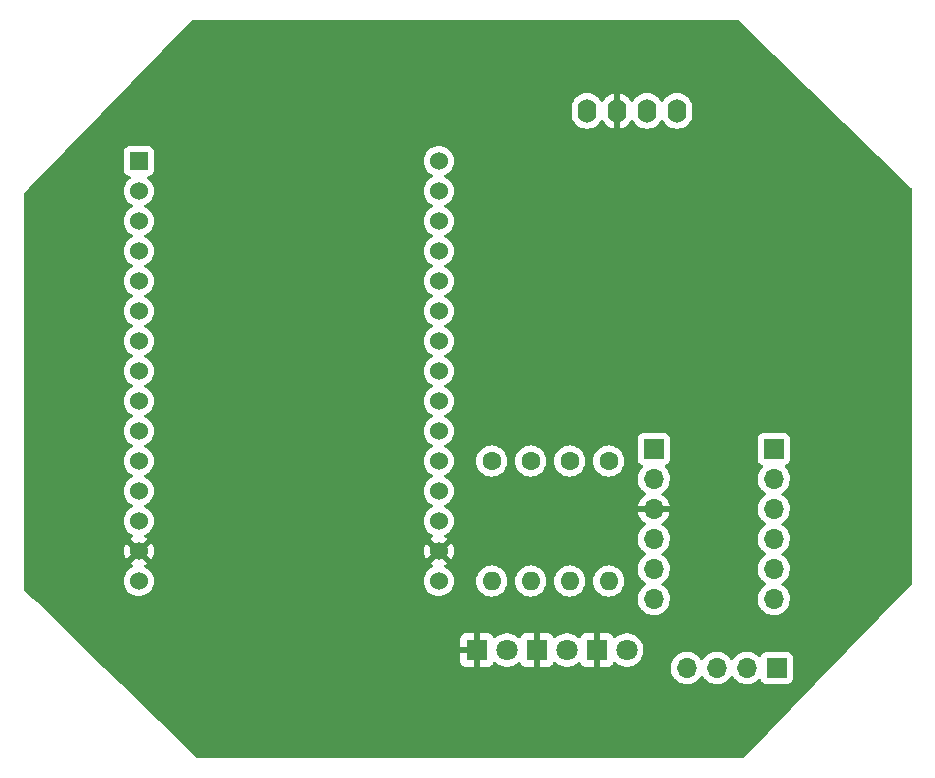
<source format=gbr>
%TF.GenerationSoftware,KiCad,Pcbnew,(6.0.0-0)*%
%TF.CreationDate,2022-01-15T15:50:31+00:00*%
%TF.ProjectId,uTracer_board,75547261-6365-4725-9f62-6f6172642e6b,rev?*%
%TF.SameCoordinates,Original*%
%TF.FileFunction,Copper,L1,Top*%
%TF.FilePolarity,Positive*%
%FSLAX46Y46*%
G04 Gerber Fmt 4.6, Leading zero omitted, Abs format (unit mm)*
G04 Created by KiCad (PCBNEW (6.0.0-0)) date 2022-01-15 15:50:31*
%MOMM*%
%LPD*%
G01*
G04 APERTURE LIST*
%TA.AperFunction,ComponentPad*%
%ADD10R,1.800000X1.800000*%
%TD*%
%TA.AperFunction,ComponentPad*%
%ADD11C,1.800000*%
%TD*%
%TA.AperFunction,ComponentPad*%
%ADD12C,1.600000*%
%TD*%
%TA.AperFunction,ComponentPad*%
%ADD13O,1.600000X1.600000*%
%TD*%
%TA.AperFunction,ComponentPad*%
%ADD14R,1.524000X1.524000*%
%TD*%
%TA.AperFunction,ComponentPad*%
%ADD15C,1.524000*%
%TD*%
%TA.AperFunction,ComponentPad*%
%ADD16R,1.700000X1.700000*%
%TD*%
%TA.AperFunction,ComponentPad*%
%ADD17O,1.700000X1.700000*%
%TD*%
%TA.AperFunction,ComponentPad*%
%ADD18O,1.600000X2.000000*%
%TD*%
%TA.AperFunction,Conductor*%
%ADD19C,0.250000*%
%TD*%
G04 APERTURE END LIST*
D10*
%TO.P,D1,1*%
%TO.N,GND*%
X127762000Y-122428000D03*
D11*
%TO.P,D1,2*%
%TO.N,Net-(D1-Pad2)*%
X130302000Y-122428000D03*
%TD*%
D12*
%TO.P,R2,1*%
%TO.N,Net-(R2-Pad1)*%
X127254000Y-106426000D03*
D13*
%TO.P,R2,2*%
%TO.N,Net-(D1-Pad2)*%
X127254000Y-116586000D03*
%TD*%
D12*
%TO.P,R4,1*%
%TO.N,Net-(R4-Pad1)*%
X130556000Y-106426000D03*
D13*
%TO.P,R4,2*%
%TO.N,Net-(D3-Pad2)*%
X130556000Y-116586000D03*
%TD*%
D14*
%TO.P,U1,1*%
%TO.N,Net-(U1-Pad1)*%
X94070001Y-81030001D03*
D15*
%TO.P,U1,2*%
%TO.N,Net-(U1-Pad2)*%
X94070001Y-83570001D03*
%TO.P,U1,3*%
%TO.N,Net-(U1-Pad3)*%
X94070001Y-86110001D03*
%TO.P,U1,4*%
%TO.N,Net-(U1-Pad4)*%
X94070001Y-88650001D03*
%TO.P,U1,5*%
%TO.N,Net-(U1-Pad5)*%
X94070001Y-91190001D03*
%TO.P,U1,6*%
%TO.N,Net-(U1-Pad6)*%
X94070001Y-93730001D03*
%TO.P,U1,7*%
%TO.N,Net-(U1-Pad7)*%
X94070001Y-96270001D03*
%TO.P,U1,8*%
%TO.N,Net-(U1-Pad8)*%
X94070001Y-98810001D03*
%TO.P,U1,9*%
%TO.N,Net-(U1-Pad9)*%
X94070001Y-101350001D03*
%TO.P,U1,10*%
%TO.N,Net-(U1-Pad10)*%
X94070001Y-103890001D03*
%TO.P,U1,11*%
%TO.N,Net-(U1-Pad11)*%
X94070001Y-106430001D03*
%TO.P,U1,12*%
%TO.N,Net-(U1-Pad12)*%
X94070001Y-108970001D03*
%TO.P,U1,13*%
%TO.N,Net-(U1-Pad13)*%
X94070001Y-111510001D03*
%TO.P,U1,14*%
%TO.N,GND*%
X94070001Y-114050001D03*
%TO.P,U1,15*%
%TO.N,Net-(U1-Pad15)*%
X94070001Y-116590001D03*
%TO.P,U1,16*%
%TO.N,+3V3*%
X119470001Y-116590001D03*
%TO.P,U1,17*%
%TO.N,GND*%
X119470001Y-114050001D03*
%TO.P,U1,18*%
%TO.N,Net-(U1-Pad18)*%
X119470001Y-111510001D03*
%TO.P,U1,19*%
%TO.N,Net-(R2-Pad1)*%
X119470001Y-108970001D03*
%TO.P,U1,20*%
%TO.N,Net-(R3-Pad1)*%
X119470001Y-106430001D03*
%TO.P,U1,21*%
%TO.N,/RX*%
X119470001Y-103890001D03*
%TO.P,U1,22*%
%TO.N,/TX*%
X119470001Y-101350001D03*
%TO.P,U1,23*%
%TO.N,Net-(R4-Pad1)*%
X119470001Y-98810001D03*
%TO.P,U1,24*%
%TO.N,Net-(U1-Pad24)*%
X119470001Y-96270001D03*
%TO.P,U1,25*%
%TO.N,Net-(U1-Pad25)*%
X119470001Y-93730001D03*
%TO.P,U1,26*%
%TO.N,Net-(Brd1-Pad4)*%
X119470001Y-91190001D03*
%TO.P,U1,27*%
%TO.N,Net-(U1-Pad27)*%
X119470001Y-88650001D03*
%TO.P,U1,28*%
%TO.N,Net-(U1-Pad28)*%
X119470001Y-86110001D03*
%TO.P,U1,29*%
%TO.N,Net-(Brd1-Pad3)*%
X119470001Y-83570001D03*
%TO.P,U1,30*%
%TO.N,Net-(U1-Pad30)*%
X119470001Y-81030001D03*
%TD*%
D12*
%TO.P,R3,1*%
%TO.N,Net-(R3-Pad1)*%
X123952000Y-106426000D03*
D13*
%TO.P,R3,2*%
%TO.N,Net-(D2-Pad2)*%
X123952000Y-116586000D03*
%TD*%
D12*
%TO.P,R1,1*%
%TO.N,/TX*%
X133858000Y-106426000D03*
D13*
%TO.P,R1,2*%
%TO.N,+3V3*%
X133858000Y-116586000D03*
%TD*%
D10*
%TO.P,D3,1*%
%TO.N,GND*%
X132842000Y-122428000D03*
D11*
%TO.P,D3,2*%
%TO.N,Net-(D3-Pad2)*%
X135382000Y-122428000D03*
%TD*%
D10*
%TO.P,D2,1*%
%TO.N,GND*%
X122682000Y-122428000D03*
D11*
%TO.P,D2,2*%
%TO.N,Net-(D2-Pad2)*%
X125222000Y-122428000D03*
%TD*%
D16*
%TO.P,J2,1*%
%TO.N,/RX*%
X137668000Y-105410000D03*
D17*
%TO.P,J2,2*%
%TO.N,/TX*%
X137668000Y-107950000D03*
%TO.P,J2,3*%
%TO.N,GND*%
X137668000Y-110490000D03*
%TO.P,J2,4*%
%TO.N,+3V3*%
X137668000Y-113030000D03*
%TO.P,J2,5*%
%TO.N,Net-(J2-Pad5)*%
X137668000Y-115570000D03*
%TO.P,J2,6*%
%TO.N,Net-(J2-Pad6)*%
X137668000Y-118110000D03*
%TD*%
D16*
%TO.P,J3,1*%
%TO.N,Net-(J3-Pad1)*%
X147828000Y-105410000D03*
D17*
%TO.P,J3,2*%
%TO.N,Net-(J3-Pad2)*%
X147828000Y-107950000D03*
%TO.P,J3,3*%
%TO.N,Net-(J3-Pad3)*%
X147828000Y-110490000D03*
%TO.P,J3,4*%
%TO.N,Net-(J3-Pad4)*%
X147828000Y-113030000D03*
%TO.P,J3,5*%
%TO.N,Net-(J3-Pad5)*%
X147828000Y-115570000D03*
%TO.P,J3,6*%
%TO.N,Net-(J3-Pad6)*%
X147828000Y-118110000D03*
%TD*%
D16*
%TO.P,J4,1*%
%TO.N,Net-(J3-Pad4)*%
X148082000Y-123952000D03*
D17*
%TO.P,J4,2*%
%TO.N,Net-(J3-Pad3)*%
X145542000Y-123952000D03*
%TO.P,J4,3*%
%TO.N,Net-(J3-Pad2)*%
X143002000Y-123952000D03*
%TO.P,J4,4*%
%TO.N,Net-(J3-Pad1)*%
X140462000Y-123952000D03*
%TD*%
D18*
%TO.P,Brd1,1*%
%TO.N,+3V3*%
X132016000Y-76776000D03*
%TO.P,Brd1,2*%
%TO.N,GND*%
X134556000Y-76776000D03*
%TO.P,Brd1,3*%
%TO.N,Net-(Brd1-Pad3)*%
X137096000Y-76776000D03*
%TO.P,Brd1,4*%
%TO.N,Net-(Brd1-Pad4)*%
X139636000Y-76776000D03*
%TD*%
D19*
%TO.N,/RX*%
X137155999Y-105922001D02*
X137668000Y-105410000D01*
%TO.N,/TX*%
X137160000Y-108458000D02*
X137668000Y-107950000D01*
%TD*%
%TA.AperFunction,Conductor*%
%TO.N,GND*%
G36*
X144814069Y-69108002D02*
G01*
X144833570Y-69123455D01*
X153815316Y-77815467D01*
X159473623Y-83291248D01*
X159508665Y-83352994D01*
X159512000Y-83381792D01*
X159512000Y-116805948D01*
X159491998Y-116874069D01*
X159476545Y-116893570D01*
X151336841Y-125304598D01*
X145308752Y-131533623D01*
X145247006Y-131568665D01*
X145218208Y-131572000D01*
X99094052Y-131572000D01*
X99025931Y-131551998D01*
X99006429Y-131536544D01*
X92563004Y-125300971D01*
X91134652Y-123918695D01*
X139099251Y-123918695D01*
X139112110Y-124141715D01*
X139113247Y-124146761D01*
X139113248Y-124146767D01*
X139137304Y-124253508D01*
X139161222Y-124359639D01*
X139245266Y-124566616D01*
X139282685Y-124627678D01*
X139359291Y-124752688D01*
X139361987Y-124757088D01*
X139508250Y-124925938D01*
X139680126Y-125068632D01*
X139873000Y-125181338D01*
X140081692Y-125261030D01*
X140086760Y-125262061D01*
X140086763Y-125262062D01*
X140194017Y-125283883D01*
X140300597Y-125305567D01*
X140305772Y-125305757D01*
X140305774Y-125305757D01*
X140518673Y-125313564D01*
X140518677Y-125313564D01*
X140523837Y-125313753D01*
X140528957Y-125313097D01*
X140528959Y-125313097D01*
X140740288Y-125286025D01*
X140740289Y-125286025D01*
X140745416Y-125285368D01*
X140750366Y-125283883D01*
X140954429Y-125222661D01*
X140954434Y-125222659D01*
X140959384Y-125221174D01*
X141159994Y-125122896D01*
X141341860Y-124993173D01*
X141500096Y-124835489D01*
X141559594Y-124752689D01*
X141630453Y-124654077D01*
X141631776Y-124655028D01*
X141678645Y-124611857D01*
X141748580Y-124599625D01*
X141814026Y-124627144D01*
X141841875Y-124658994D01*
X141901987Y-124757088D01*
X142048250Y-124925938D01*
X142220126Y-125068632D01*
X142413000Y-125181338D01*
X142621692Y-125261030D01*
X142626760Y-125262061D01*
X142626763Y-125262062D01*
X142734017Y-125283883D01*
X142840597Y-125305567D01*
X142845772Y-125305757D01*
X142845774Y-125305757D01*
X143058673Y-125313564D01*
X143058677Y-125313564D01*
X143063837Y-125313753D01*
X143068957Y-125313097D01*
X143068959Y-125313097D01*
X143280288Y-125286025D01*
X143280289Y-125286025D01*
X143285416Y-125285368D01*
X143290366Y-125283883D01*
X143494429Y-125222661D01*
X143494434Y-125222659D01*
X143499384Y-125221174D01*
X143699994Y-125122896D01*
X143881860Y-124993173D01*
X144040096Y-124835489D01*
X144099594Y-124752689D01*
X144170453Y-124654077D01*
X144171776Y-124655028D01*
X144218645Y-124611857D01*
X144288580Y-124599625D01*
X144354026Y-124627144D01*
X144381875Y-124658994D01*
X144441987Y-124757088D01*
X144588250Y-124925938D01*
X144760126Y-125068632D01*
X144953000Y-125181338D01*
X145161692Y-125261030D01*
X145166760Y-125262061D01*
X145166763Y-125262062D01*
X145274017Y-125283883D01*
X145380597Y-125305567D01*
X145385772Y-125305757D01*
X145385774Y-125305757D01*
X145598673Y-125313564D01*
X145598677Y-125313564D01*
X145603837Y-125313753D01*
X145608957Y-125313097D01*
X145608959Y-125313097D01*
X145820288Y-125286025D01*
X145820289Y-125286025D01*
X145825416Y-125285368D01*
X145830366Y-125283883D01*
X146034429Y-125222661D01*
X146034434Y-125222659D01*
X146039384Y-125221174D01*
X146239994Y-125122896D01*
X146421860Y-124993173D01*
X146530091Y-124885319D01*
X146592462Y-124851404D01*
X146663268Y-124856592D01*
X146720030Y-124899238D01*
X146737012Y-124930341D01*
X146781385Y-125048705D01*
X146868739Y-125165261D01*
X146985295Y-125252615D01*
X147121684Y-125303745D01*
X147183866Y-125310500D01*
X148980134Y-125310500D01*
X149042316Y-125303745D01*
X149178705Y-125252615D01*
X149295261Y-125165261D01*
X149382615Y-125048705D01*
X149433745Y-124912316D01*
X149440500Y-124850134D01*
X149440500Y-123053866D01*
X149433745Y-122991684D01*
X149382615Y-122855295D01*
X149295261Y-122738739D01*
X149178705Y-122651385D01*
X149042316Y-122600255D01*
X148980134Y-122593500D01*
X147183866Y-122593500D01*
X147121684Y-122600255D01*
X146985295Y-122651385D01*
X146868739Y-122738739D01*
X146781385Y-122855295D01*
X146778233Y-122863703D01*
X146736919Y-122973907D01*
X146694277Y-123030671D01*
X146627716Y-123055371D01*
X146558367Y-123040163D01*
X146525743Y-123014476D01*
X146475151Y-122958875D01*
X146475142Y-122958866D01*
X146471670Y-122955051D01*
X146467619Y-122951852D01*
X146467615Y-122951848D01*
X146300414Y-122819800D01*
X146300410Y-122819798D01*
X146296359Y-122816598D01*
X146100789Y-122708638D01*
X146095920Y-122706914D01*
X146095916Y-122706912D01*
X145895087Y-122635795D01*
X145895083Y-122635794D01*
X145890212Y-122634069D01*
X145885119Y-122633162D01*
X145885116Y-122633161D01*
X145675373Y-122595800D01*
X145675367Y-122595799D01*
X145670284Y-122594894D01*
X145596452Y-122593992D01*
X145452081Y-122592228D01*
X145452079Y-122592228D01*
X145446911Y-122592165D01*
X145226091Y-122625955D01*
X145013756Y-122695357D01*
X144815607Y-122798507D01*
X144811474Y-122801610D01*
X144811471Y-122801612D01*
X144641100Y-122929530D01*
X144636965Y-122932635D01*
X144597525Y-122973907D01*
X144543280Y-123030671D01*
X144482629Y-123094138D01*
X144375201Y-123251621D01*
X144320293Y-123296621D01*
X144249768Y-123304792D01*
X144186021Y-123273538D01*
X144165324Y-123249054D01*
X144084822Y-123124617D01*
X144084820Y-123124614D01*
X144082014Y-123120277D01*
X143931670Y-122955051D01*
X143927619Y-122951852D01*
X143927615Y-122951848D01*
X143760414Y-122819800D01*
X143760410Y-122819798D01*
X143756359Y-122816598D01*
X143560789Y-122708638D01*
X143555920Y-122706914D01*
X143555916Y-122706912D01*
X143355087Y-122635795D01*
X143355083Y-122635794D01*
X143350212Y-122634069D01*
X143345119Y-122633162D01*
X143345116Y-122633161D01*
X143135373Y-122595800D01*
X143135367Y-122595799D01*
X143130284Y-122594894D01*
X143056452Y-122593992D01*
X142912081Y-122592228D01*
X142912079Y-122592228D01*
X142906911Y-122592165D01*
X142686091Y-122625955D01*
X142473756Y-122695357D01*
X142275607Y-122798507D01*
X142271474Y-122801610D01*
X142271471Y-122801612D01*
X142101100Y-122929530D01*
X142096965Y-122932635D01*
X142057525Y-122973907D01*
X142003280Y-123030671D01*
X141942629Y-123094138D01*
X141835201Y-123251621D01*
X141780293Y-123296621D01*
X141709768Y-123304792D01*
X141646021Y-123273538D01*
X141625324Y-123249054D01*
X141544822Y-123124617D01*
X141544820Y-123124614D01*
X141542014Y-123120277D01*
X141391670Y-122955051D01*
X141387619Y-122951852D01*
X141387615Y-122951848D01*
X141220414Y-122819800D01*
X141220410Y-122819798D01*
X141216359Y-122816598D01*
X141020789Y-122708638D01*
X141015920Y-122706914D01*
X141015916Y-122706912D01*
X140815087Y-122635795D01*
X140815083Y-122635794D01*
X140810212Y-122634069D01*
X140805119Y-122633162D01*
X140805116Y-122633161D01*
X140595373Y-122595800D01*
X140595367Y-122595799D01*
X140590284Y-122594894D01*
X140516452Y-122593992D01*
X140372081Y-122592228D01*
X140372079Y-122592228D01*
X140366911Y-122592165D01*
X140146091Y-122625955D01*
X139933756Y-122695357D01*
X139735607Y-122798507D01*
X139731474Y-122801610D01*
X139731471Y-122801612D01*
X139561100Y-122929530D01*
X139556965Y-122932635D01*
X139517525Y-122973907D01*
X139463280Y-123030671D01*
X139402629Y-123094138D01*
X139276743Y-123278680D01*
X139246420Y-123344005D01*
X139185097Y-123476116D01*
X139182688Y-123481305D01*
X139122989Y-123696570D01*
X139099251Y-123918695D01*
X91134652Y-123918695D01*
X90570425Y-123372669D01*
X121274001Y-123372669D01*
X121274371Y-123379490D01*
X121279895Y-123430352D01*
X121283521Y-123445604D01*
X121328676Y-123566054D01*
X121337214Y-123581649D01*
X121413715Y-123683724D01*
X121426276Y-123696285D01*
X121528351Y-123772786D01*
X121543946Y-123781324D01*
X121664394Y-123826478D01*
X121679649Y-123830105D01*
X121730514Y-123835631D01*
X121737328Y-123836000D01*
X122409885Y-123836000D01*
X122425124Y-123831525D01*
X122426329Y-123830135D01*
X122428000Y-123822452D01*
X122428000Y-123817884D01*
X122936000Y-123817884D01*
X122940475Y-123833123D01*
X122941865Y-123834328D01*
X122949548Y-123835999D01*
X123626669Y-123835999D01*
X123633490Y-123835629D01*
X123684352Y-123830105D01*
X123699604Y-123826479D01*
X123820054Y-123781324D01*
X123835649Y-123772786D01*
X123937724Y-123696285D01*
X123950285Y-123683724D01*
X124026786Y-123581649D01*
X124035324Y-123566054D01*
X124056773Y-123508840D01*
X124099415Y-123452075D01*
X124165977Y-123427376D01*
X124235325Y-123442584D01*
X124255240Y-123456126D01*
X124387652Y-123566056D01*
X124411349Y-123585730D01*
X124611322Y-123702584D01*
X124827694Y-123785209D01*
X124832760Y-123786240D01*
X124832761Y-123786240D01*
X124885846Y-123797040D01*
X125054656Y-123831385D01*
X125185324Y-123836176D01*
X125280949Y-123839683D01*
X125280953Y-123839683D01*
X125286113Y-123839872D01*
X125291233Y-123839216D01*
X125291235Y-123839216D01*
X125390668Y-123826478D01*
X125515847Y-123810442D01*
X125520795Y-123808957D01*
X125520802Y-123808956D01*
X125732747Y-123745369D01*
X125737690Y-123743886D01*
X125818236Y-123704427D01*
X125941049Y-123644262D01*
X125941052Y-123644260D01*
X125945684Y-123641991D01*
X126134243Y-123507494D01*
X126137900Y-123503850D01*
X126137906Y-123503845D01*
X126179697Y-123462199D01*
X126242068Y-123428282D01*
X126312875Y-123433470D01*
X126369637Y-123476116D01*
X126386619Y-123507218D01*
X126408677Y-123566056D01*
X126417214Y-123581649D01*
X126493715Y-123683724D01*
X126506276Y-123696285D01*
X126608351Y-123772786D01*
X126623946Y-123781324D01*
X126744394Y-123826478D01*
X126759649Y-123830105D01*
X126810514Y-123835631D01*
X126817328Y-123836000D01*
X127489885Y-123836000D01*
X127505124Y-123831525D01*
X127506329Y-123830135D01*
X127508000Y-123822452D01*
X127508000Y-123817884D01*
X128016000Y-123817884D01*
X128020475Y-123833123D01*
X128021865Y-123834328D01*
X128029548Y-123835999D01*
X128706669Y-123835999D01*
X128713490Y-123835629D01*
X128764352Y-123830105D01*
X128779604Y-123826479D01*
X128900054Y-123781324D01*
X128915649Y-123772786D01*
X129017724Y-123696285D01*
X129030285Y-123683724D01*
X129106786Y-123581649D01*
X129115324Y-123566054D01*
X129136773Y-123508840D01*
X129179415Y-123452075D01*
X129245977Y-123427376D01*
X129315325Y-123442584D01*
X129335240Y-123456126D01*
X129467652Y-123566056D01*
X129491349Y-123585730D01*
X129691322Y-123702584D01*
X129907694Y-123785209D01*
X129912760Y-123786240D01*
X129912761Y-123786240D01*
X129965846Y-123797040D01*
X130134656Y-123831385D01*
X130265324Y-123836176D01*
X130360949Y-123839683D01*
X130360953Y-123839683D01*
X130366113Y-123839872D01*
X130371233Y-123839216D01*
X130371235Y-123839216D01*
X130470668Y-123826478D01*
X130595847Y-123810442D01*
X130600795Y-123808957D01*
X130600802Y-123808956D01*
X130812747Y-123745369D01*
X130817690Y-123743886D01*
X130898236Y-123704427D01*
X131021049Y-123644262D01*
X131021052Y-123644260D01*
X131025684Y-123641991D01*
X131214243Y-123507494D01*
X131217900Y-123503850D01*
X131217906Y-123503845D01*
X131259697Y-123462199D01*
X131322068Y-123428282D01*
X131392875Y-123433470D01*
X131449637Y-123476116D01*
X131466619Y-123507218D01*
X131488677Y-123566056D01*
X131497214Y-123581649D01*
X131573715Y-123683724D01*
X131586276Y-123696285D01*
X131688351Y-123772786D01*
X131703946Y-123781324D01*
X131824394Y-123826478D01*
X131839649Y-123830105D01*
X131890514Y-123835631D01*
X131897328Y-123836000D01*
X132569885Y-123836000D01*
X132585124Y-123831525D01*
X132586329Y-123830135D01*
X132588000Y-123822452D01*
X132588000Y-123817884D01*
X133096000Y-123817884D01*
X133100475Y-123833123D01*
X133101865Y-123834328D01*
X133109548Y-123835999D01*
X133786669Y-123835999D01*
X133793490Y-123835629D01*
X133844352Y-123830105D01*
X133859604Y-123826479D01*
X133980054Y-123781324D01*
X133995649Y-123772786D01*
X134097724Y-123696285D01*
X134110285Y-123683724D01*
X134186786Y-123581649D01*
X134195324Y-123566054D01*
X134216773Y-123508840D01*
X134259415Y-123452075D01*
X134325977Y-123427376D01*
X134395325Y-123442584D01*
X134415240Y-123456126D01*
X134547652Y-123566056D01*
X134571349Y-123585730D01*
X134771322Y-123702584D01*
X134987694Y-123785209D01*
X134992760Y-123786240D01*
X134992761Y-123786240D01*
X135045846Y-123797040D01*
X135214656Y-123831385D01*
X135345324Y-123836176D01*
X135440949Y-123839683D01*
X135440953Y-123839683D01*
X135446113Y-123839872D01*
X135451233Y-123839216D01*
X135451235Y-123839216D01*
X135550668Y-123826478D01*
X135675847Y-123810442D01*
X135680795Y-123808957D01*
X135680802Y-123808956D01*
X135892747Y-123745369D01*
X135897690Y-123743886D01*
X135978236Y-123704427D01*
X136101049Y-123644262D01*
X136101052Y-123644260D01*
X136105684Y-123641991D01*
X136294243Y-123507494D01*
X136458303Y-123344005D01*
X136593458Y-123155917D01*
X136608928Y-123124617D01*
X136693784Y-122952922D01*
X136693785Y-122952920D01*
X136696078Y-122948280D01*
X136763408Y-122726671D01*
X136793640Y-122497041D01*
X136795327Y-122428000D01*
X136789032Y-122351434D01*
X136776773Y-122202318D01*
X136776772Y-122202312D01*
X136776349Y-122197167D01*
X136719925Y-121972533D01*
X136627570Y-121760131D01*
X136501764Y-121565665D01*
X136345887Y-121394358D01*
X136341836Y-121391159D01*
X136341832Y-121391155D01*
X136168177Y-121254011D01*
X136168172Y-121254008D01*
X136164123Y-121250810D01*
X136159607Y-121248317D01*
X136159604Y-121248315D01*
X135965879Y-121141373D01*
X135965875Y-121141371D01*
X135961355Y-121138876D01*
X135956486Y-121137152D01*
X135956482Y-121137150D01*
X135747903Y-121063288D01*
X135747899Y-121063287D01*
X135743028Y-121061562D01*
X135737935Y-121060655D01*
X135737932Y-121060654D01*
X135520095Y-121021851D01*
X135520089Y-121021850D01*
X135515006Y-121020945D01*
X135437644Y-121020000D01*
X135288581Y-121018179D01*
X135288579Y-121018179D01*
X135283411Y-121018116D01*
X135054464Y-121053150D01*
X134834314Y-121125106D01*
X134829726Y-121127494D01*
X134829722Y-121127496D01*
X134633461Y-121229663D01*
X134628872Y-121232052D01*
X134624739Y-121235155D01*
X134624736Y-121235157D01*
X134447790Y-121368012D01*
X134443655Y-121371117D01*
X134440083Y-121374855D01*
X134425787Y-121389815D01*
X134364263Y-121425245D01*
X134293351Y-121421788D01*
X134235564Y-121380543D01*
X134216711Y-121346994D01*
X134195324Y-121289946D01*
X134186786Y-121274351D01*
X134110285Y-121172276D01*
X134097724Y-121159715D01*
X133995649Y-121083214D01*
X133980054Y-121074676D01*
X133859606Y-121029522D01*
X133844351Y-121025895D01*
X133793486Y-121020369D01*
X133786672Y-121020000D01*
X133114115Y-121020000D01*
X133098876Y-121024475D01*
X133097671Y-121025865D01*
X133096000Y-121033548D01*
X133096000Y-123817884D01*
X132588000Y-123817884D01*
X132588000Y-121038116D01*
X132583525Y-121022877D01*
X132582135Y-121021672D01*
X132574452Y-121020001D01*
X131897331Y-121020001D01*
X131890510Y-121020371D01*
X131839648Y-121025895D01*
X131824396Y-121029521D01*
X131703946Y-121074676D01*
X131688351Y-121083214D01*
X131586276Y-121159715D01*
X131573715Y-121172276D01*
X131497214Y-121274351D01*
X131488675Y-121289948D01*
X131467934Y-121345275D01*
X131425293Y-121402040D01*
X131358731Y-121426740D01*
X131289383Y-121411533D01*
X131266388Y-121394909D01*
X131265887Y-121394358D01*
X131203737Y-121345275D01*
X131088177Y-121254011D01*
X131088172Y-121254008D01*
X131084123Y-121250810D01*
X131079607Y-121248317D01*
X131079604Y-121248315D01*
X130885879Y-121141373D01*
X130885875Y-121141371D01*
X130881355Y-121138876D01*
X130876486Y-121137152D01*
X130876482Y-121137150D01*
X130667903Y-121063288D01*
X130667899Y-121063287D01*
X130663028Y-121061562D01*
X130657935Y-121060655D01*
X130657932Y-121060654D01*
X130440095Y-121021851D01*
X130440089Y-121021850D01*
X130435006Y-121020945D01*
X130357644Y-121020000D01*
X130208581Y-121018179D01*
X130208579Y-121018179D01*
X130203411Y-121018116D01*
X129974464Y-121053150D01*
X129754314Y-121125106D01*
X129749726Y-121127494D01*
X129749722Y-121127496D01*
X129553461Y-121229663D01*
X129548872Y-121232052D01*
X129544739Y-121235155D01*
X129544736Y-121235157D01*
X129367790Y-121368012D01*
X129363655Y-121371117D01*
X129360083Y-121374855D01*
X129345787Y-121389815D01*
X129284263Y-121425245D01*
X129213351Y-121421788D01*
X129155564Y-121380543D01*
X129136711Y-121346994D01*
X129115324Y-121289946D01*
X129106786Y-121274351D01*
X129030285Y-121172276D01*
X129017724Y-121159715D01*
X128915649Y-121083214D01*
X128900054Y-121074676D01*
X128779606Y-121029522D01*
X128764351Y-121025895D01*
X128713486Y-121020369D01*
X128706672Y-121020000D01*
X128034115Y-121020000D01*
X128018876Y-121024475D01*
X128017671Y-121025865D01*
X128016000Y-121033548D01*
X128016000Y-123817884D01*
X127508000Y-123817884D01*
X127508000Y-121038116D01*
X127503525Y-121022877D01*
X127502135Y-121021672D01*
X127494452Y-121020001D01*
X126817331Y-121020001D01*
X126810510Y-121020371D01*
X126759648Y-121025895D01*
X126744396Y-121029521D01*
X126623946Y-121074676D01*
X126608351Y-121083214D01*
X126506276Y-121159715D01*
X126493715Y-121172276D01*
X126417214Y-121274351D01*
X126408675Y-121289948D01*
X126387934Y-121345275D01*
X126345293Y-121402040D01*
X126278731Y-121426740D01*
X126209383Y-121411533D01*
X126186388Y-121394909D01*
X126185887Y-121394358D01*
X126123737Y-121345275D01*
X126008177Y-121254011D01*
X126008172Y-121254008D01*
X126004123Y-121250810D01*
X125999607Y-121248317D01*
X125999604Y-121248315D01*
X125805879Y-121141373D01*
X125805875Y-121141371D01*
X125801355Y-121138876D01*
X125796486Y-121137152D01*
X125796482Y-121137150D01*
X125587903Y-121063288D01*
X125587899Y-121063287D01*
X125583028Y-121061562D01*
X125577935Y-121060655D01*
X125577932Y-121060654D01*
X125360095Y-121021851D01*
X125360089Y-121021850D01*
X125355006Y-121020945D01*
X125277644Y-121020000D01*
X125128581Y-121018179D01*
X125128579Y-121018179D01*
X125123411Y-121018116D01*
X124894464Y-121053150D01*
X124674314Y-121125106D01*
X124669726Y-121127494D01*
X124669722Y-121127496D01*
X124473461Y-121229663D01*
X124468872Y-121232052D01*
X124464739Y-121235155D01*
X124464736Y-121235157D01*
X124287790Y-121368012D01*
X124283655Y-121371117D01*
X124280083Y-121374855D01*
X124265787Y-121389815D01*
X124204263Y-121425245D01*
X124133351Y-121421788D01*
X124075564Y-121380543D01*
X124056711Y-121346994D01*
X124035324Y-121289946D01*
X124026786Y-121274351D01*
X123950285Y-121172276D01*
X123937724Y-121159715D01*
X123835649Y-121083214D01*
X123820054Y-121074676D01*
X123699606Y-121029522D01*
X123684351Y-121025895D01*
X123633486Y-121020369D01*
X123626672Y-121020000D01*
X122954115Y-121020000D01*
X122938876Y-121024475D01*
X122937671Y-121025865D01*
X122936000Y-121033548D01*
X122936000Y-123817884D01*
X122428000Y-123817884D01*
X122428000Y-122700115D01*
X122423525Y-122684876D01*
X122422135Y-122683671D01*
X122414452Y-122682000D01*
X121292116Y-122682000D01*
X121276877Y-122686475D01*
X121275672Y-122687865D01*
X121274001Y-122695548D01*
X121274001Y-123372669D01*
X90570425Y-123372669D01*
X89313082Y-122155885D01*
X121274000Y-122155885D01*
X121278475Y-122171124D01*
X121279865Y-122172329D01*
X121287548Y-122174000D01*
X122409885Y-122174000D01*
X122425124Y-122169525D01*
X122426329Y-122168135D01*
X122428000Y-122160452D01*
X122428000Y-121038116D01*
X122423525Y-121022877D01*
X122422135Y-121021672D01*
X122414452Y-121020001D01*
X121737331Y-121020001D01*
X121730510Y-121020371D01*
X121679648Y-121025895D01*
X121664396Y-121029521D01*
X121543946Y-121074676D01*
X121528351Y-121083214D01*
X121426276Y-121159715D01*
X121413715Y-121172276D01*
X121337214Y-121274351D01*
X121328676Y-121289946D01*
X121283522Y-121410394D01*
X121279895Y-121425649D01*
X121274369Y-121476514D01*
X121274000Y-121483328D01*
X121274000Y-122155885D01*
X89313082Y-122155885D01*
X85424704Y-118392939D01*
X85097918Y-118076695D01*
X136305251Y-118076695D01*
X136305548Y-118081848D01*
X136305548Y-118081851D01*
X136311011Y-118176590D01*
X136318110Y-118299715D01*
X136319247Y-118304761D01*
X136319248Y-118304767D01*
X136339119Y-118392939D01*
X136367222Y-118517639D01*
X136451266Y-118724616D01*
X136567987Y-118915088D01*
X136714250Y-119083938D01*
X136886126Y-119226632D01*
X137079000Y-119339338D01*
X137287692Y-119419030D01*
X137292760Y-119420061D01*
X137292763Y-119420062D01*
X137400017Y-119441883D01*
X137506597Y-119463567D01*
X137511772Y-119463757D01*
X137511774Y-119463757D01*
X137724673Y-119471564D01*
X137724677Y-119471564D01*
X137729837Y-119471753D01*
X137734957Y-119471097D01*
X137734959Y-119471097D01*
X137946288Y-119444025D01*
X137946289Y-119444025D01*
X137951416Y-119443368D01*
X137956366Y-119441883D01*
X138160429Y-119380661D01*
X138160434Y-119380659D01*
X138165384Y-119379174D01*
X138365994Y-119280896D01*
X138547860Y-119151173D01*
X138706096Y-118993489D01*
X138765594Y-118910689D01*
X138833435Y-118816277D01*
X138836453Y-118812077D01*
X138935430Y-118611811D01*
X139000370Y-118398069D01*
X139029529Y-118176590D01*
X139031156Y-118110000D01*
X139028418Y-118076695D01*
X146465251Y-118076695D01*
X146465548Y-118081848D01*
X146465548Y-118081851D01*
X146471011Y-118176590D01*
X146478110Y-118299715D01*
X146479247Y-118304761D01*
X146479248Y-118304767D01*
X146499119Y-118392939D01*
X146527222Y-118517639D01*
X146611266Y-118724616D01*
X146727987Y-118915088D01*
X146874250Y-119083938D01*
X147046126Y-119226632D01*
X147239000Y-119339338D01*
X147447692Y-119419030D01*
X147452760Y-119420061D01*
X147452763Y-119420062D01*
X147560017Y-119441883D01*
X147666597Y-119463567D01*
X147671772Y-119463757D01*
X147671774Y-119463757D01*
X147884673Y-119471564D01*
X147884677Y-119471564D01*
X147889837Y-119471753D01*
X147894957Y-119471097D01*
X147894959Y-119471097D01*
X148106288Y-119444025D01*
X148106289Y-119444025D01*
X148111416Y-119443368D01*
X148116366Y-119441883D01*
X148320429Y-119380661D01*
X148320434Y-119380659D01*
X148325384Y-119379174D01*
X148525994Y-119280896D01*
X148707860Y-119151173D01*
X148866096Y-118993489D01*
X148925594Y-118910689D01*
X148993435Y-118816277D01*
X148996453Y-118812077D01*
X149095430Y-118611811D01*
X149160370Y-118398069D01*
X149189529Y-118176590D01*
X149191156Y-118110000D01*
X149172852Y-117887361D01*
X149118431Y-117670702D01*
X149029354Y-117465840D01*
X148908014Y-117278277D01*
X148757670Y-117113051D01*
X148753619Y-117109852D01*
X148753615Y-117109848D01*
X148586414Y-116977800D01*
X148586410Y-116977798D01*
X148582359Y-116974598D01*
X148541053Y-116951796D01*
X148491084Y-116901364D01*
X148476312Y-116831921D01*
X148501428Y-116765516D01*
X148528780Y-116738909D01*
X148572603Y-116707650D01*
X148707860Y-116611173D01*
X148866096Y-116453489D01*
X148925594Y-116370689D01*
X148993435Y-116276277D01*
X148996453Y-116272077D01*
X149054907Y-116153805D01*
X149093136Y-116076453D01*
X149093137Y-116076451D01*
X149095430Y-116071811D01*
X149160370Y-115858069D01*
X149189529Y-115636590D01*
X149191156Y-115570000D01*
X149172852Y-115347361D01*
X149118431Y-115130702D01*
X149029354Y-114925840D01*
X148989906Y-114864862D01*
X148910822Y-114742617D01*
X148910820Y-114742614D01*
X148908014Y-114738277D01*
X148757670Y-114573051D01*
X148753619Y-114569852D01*
X148753615Y-114569848D01*
X148586414Y-114437800D01*
X148586410Y-114437798D01*
X148582359Y-114434598D01*
X148541053Y-114411796D01*
X148491084Y-114361364D01*
X148476312Y-114291921D01*
X148501428Y-114225516D01*
X148528780Y-114198909D01*
X148572603Y-114167650D01*
X148707860Y-114071173D01*
X148732082Y-114047036D01*
X148862435Y-113917137D01*
X148866096Y-113913489D01*
X148925594Y-113830689D01*
X148993435Y-113736277D01*
X148996453Y-113732077D01*
X149019492Y-113685462D01*
X149093136Y-113536453D01*
X149093137Y-113536451D01*
X149095430Y-113531811D01*
X149133026Y-113408069D01*
X149158865Y-113323023D01*
X149158865Y-113323021D01*
X149160370Y-113318069D01*
X149189529Y-113096590D01*
X149191156Y-113030000D01*
X149172852Y-112807361D01*
X149118431Y-112590702D01*
X149029354Y-112385840D01*
X148908014Y-112198277D01*
X148757670Y-112033051D01*
X148753619Y-112029852D01*
X148753615Y-112029848D01*
X148586414Y-111897800D01*
X148586410Y-111897798D01*
X148582359Y-111894598D01*
X148541053Y-111871796D01*
X148491084Y-111821364D01*
X148476312Y-111751921D01*
X148501428Y-111685516D01*
X148528780Y-111658909D01*
X148572603Y-111627650D01*
X148707860Y-111531173D01*
X148866096Y-111373489D01*
X148925594Y-111290689D01*
X148993435Y-111196277D01*
X148996453Y-111192077D01*
X149054907Y-111073805D01*
X149093136Y-110996453D01*
X149093137Y-110996451D01*
X149095430Y-110991811D01*
X149160370Y-110778069D01*
X149189529Y-110556590D01*
X149191156Y-110490000D01*
X149172852Y-110267361D01*
X149118431Y-110050702D01*
X149029354Y-109845840D01*
X148908014Y-109658277D01*
X148757670Y-109493051D01*
X148753619Y-109489852D01*
X148753615Y-109489848D01*
X148586414Y-109357800D01*
X148586410Y-109357798D01*
X148582359Y-109354598D01*
X148541053Y-109331796D01*
X148491084Y-109281364D01*
X148476312Y-109211921D01*
X148501428Y-109145516D01*
X148528780Y-109118909D01*
X148572603Y-109087650D01*
X148707860Y-108991173D01*
X148866096Y-108833489D01*
X148925594Y-108750689D01*
X148993435Y-108656277D01*
X148996453Y-108652077D01*
X149054907Y-108533805D01*
X149093136Y-108456453D01*
X149093137Y-108456451D01*
X149095430Y-108451811D01*
X149160370Y-108238069D01*
X149189529Y-108016590D01*
X149191156Y-107950000D01*
X149172852Y-107727361D01*
X149118431Y-107510702D01*
X149029354Y-107305840D01*
X148908014Y-107118277D01*
X148904532Y-107114450D01*
X148760798Y-106956488D01*
X148729746Y-106892642D01*
X148738141Y-106822143D01*
X148783317Y-106767375D01*
X148809761Y-106753706D01*
X148916297Y-106713767D01*
X148924705Y-106710615D01*
X149041261Y-106623261D01*
X149128615Y-106506705D01*
X149179745Y-106370316D01*
X149186500Y-106308134D01*
X149186500Y-104511866D01*
X149179745Y-104449684D01*
X149128615Y-104313295D01*
X149041261Y-104196739D01*
X148924705Y-104109385D01*
X148788316Y-104058255D01*
X148726134Y-104051500D01*
X146929866Y-104051500D01*
X146867684Y-104058255D01*
X146731295Y-104109385D01*
X146614739Y-104196739D01*
X146527385Y-104313295D01*
X146476255Y-104449684D01*
X146469500Y-104511866D01*
X146469500Y-106308134D01*
X146476255Y-106370316D01*
X146527385Y-106506705D01*
X146614739Y-106623261D01*
X146731295Y-106710615D01*
X146739704Y-106713767D01*
X146739705Y-106713768D01*
X146848451Y-106754535D01*
X146905216Y-106797176D01*
X146929916Y-106863738D01*
X146914709Y-106933087D01*
X146895316Y-106959568D01*
X146787696Y-107072186D01*
X146768629Y-107092138D01*
X146642743Y-107276680D01*
X146627003Y-107310590D01*
X146580795Y-107410137D01*
X146548688Y-107479305D01*
X146488989Y-107694570D01*
X146465251Y-107916695D01*
X146465548Y-107921848D01*
X146465548Y-107921851D01*
X146471011Y-108016590D01*
X146478110Y-108139715D01*
X146479247Y-108144761D01*
X146479248Y-108144767D01*
X146479599Y-108146323D01*
X146527222Y-108357639D01*
X146611266Y-108564616D01*
X146727987Y-108755088D01*
X146874250Y-108923938D01*
X147046126Y-109066632D01*
X147116595Y-109107811D01*
X147119445Y-109109476D01*
X147168169Y-109161114D01*
X147181240Y-109230897D01*
X147154509Y-109296669D01*
X147114055Y-109330027D01*
X147101607Y-109336507D01*
X147097474Y-109339610D01*
X147097471Y-109339612D01*
X147008788Y-109406197D01*
X146922965Y-109470635D01*
X146919393Y-109474373D01*
X146787696Y-109612186D01*
X146768629Y-109632138D01*
X146765715Y-109636410D01*
X146765714Y-109636411D01*
X146753404Y-109654457D01*
X146642743Y-109816680D01*
X146627003Y-109850590D01*
X146580795Y-109950137D01*
X146548688Y-110019305D01*
X146488989Y-110234570D01*
X146465251Y-110456695D01*
X146465548Y-110461848D01*
X146465548Y-110461851D01*
X146471011Y-110556590D01*
X146478110Y-110679715D01*
X146479247Y-110684761D01*
X146479248Y-110684767D01*
X146479599Y-110686323D01*
X146527222Y-110897639D01*
X146611266Y-111104616D01*
X146727987Y-111295088D01*
X146874250Y-111463938D01*
X147046126Y-111606632D01*
X147116595Y-111647811D01*
X147119445Y-111649476D01*
X147168169Y-111701114D01*
X147181240Y-111770897D01*
X147154509Y-111836669D01*
X147114055Y-111870027D01*
X147101607Y-111876507D01*
X147097474Y-111879610D01*
X147097471Y-111879612D01*
X147008788Y-111946197D01*
X146922965Y-112010635D01*
X146919393Y-112014373D01*
X146787696Y-112152186D01*
X146768629Y-112172138D01*
X146642743Y-112356680D01*
X146627003Y-112390590D01*
X146580795Y-112490137D01*
X146548688Y-112559305D01*
X146488989Y-112774570D01*
X146465251Y-112996695D01*
X146465548Y-113001848D01*
X146465548Y-113001851D01*
X146471011Y-113096590D01*
X146478110Y-113219715D01*
X146479247Y-113224761D01*
X146479248Y-113224767D01*
X146499119Y-113312939D01*
X146527222Y-113437639D01*
X146565461Y-113531811D01*
X146596802Y-113608994D01*
X146611266Y-113644616D01*
X146727987Y-113835088D01*
X146874250Y-114003938D01*
X147046126Y-114146632D01*
X147116595Y-114187811D01*
X147119445Y-114189476D01*
X147168169Y-114241114D01*
X147181240Y-114310897D01*
X147154509Y-114376669D01*
X147114055Y-114410027D01*
X147101607Y-114416507D01*
X147097474Y-114419610D01*
X147097471Y-114419612D01*
X146927100Y-114547530D01*
X146922965Y-114550635D01*
X146768629Y-114712138D01*
X146642743Y-114896680D01*
X146548688Y-115099305D01*
X146488989Y-115314570D01*
X146465251Y-115536695D01*
X146465548Y-115541848D01*
X146465548Y-115541851D01*
X146471011Y-115636590D01*
X146478110Y-115759715D01*
X146479247Y-115764761D01*
X146479248Y-115764767D01*
X146479599Y-115766323D01*
X146527222Y-115977639D01*
X146611266Y-116184616D01*
X146727987Y-116375088D01*
X146874250Y-116543938D01*
X147046126Y-116686632D01*
X147116595Y-116727811D01*
X147119445Y-116729476D01*
X147168169Y-116781114D01*
X147181240Y-116850897D01*
X147154509Y-116916669D01*
X147114055Y-116950027D01*
X147101607Y-116956507D01*
X147097474Y-116959610D01*
X147097471Y-116959612D01*
X146927100Y-117087530D01*
X146922965Y-117090635D01*
X146919393Y-117094373D01*
X146787696Y-117232186D01*
X146768629Y-117252138D01*
X146765715Y-117256410D01*
X146765714Y-117256411D01*
X146714415Y-117331613D01*
X146642743Y-117436680D01*
X146627003Y-117470590D01*
X146580795Y-117570137D01*
X146548688Y-117639305D01*
X146488989Y-117854570D01*
X146465251Y-118076695D01*
X139028418Y-118076695D01*
X139012852Y-117887361D01*
X138958431Y-117670702D01*
X138869354Y-117465840D01*
X138748014Y-117278277D01*
X138597670Y-117113051D01*
X138593619Y-117109852D01*
X138593615Y-117109848D01*
X138426414Y-116977800D01*
X138426410Y-116977798D01*
X138422359Y-116974598D01*
X138381053Y-116951796D01*
X138331084Y-116901364D01*
X138316312Y-116831921D01*
X138341428Y-116765516D01*
X138368780Y-116738909D01*
X138412603Y-116707650D01*
X138547860Y-116611173D01*
X138706096Y-116453489D01*
X138765594Y-116370689D01*
X138833435Y-116276277D01*
X138836453Y-116272077D01*
X138894907Y-116153805D01*
X138933136Y-116076453D01*
X138933137Y-116076451D01*
X138935430Y-116071811D01*
X139000370Y-115858069D01*
X139029529Y-115636590D01*
X139031156Y-115570000D01*
X139012852Y-115347361D01*
X138958431Y-115130702D01*
X138869354Y-114925840D01*
X138829906Y-114864862D01*
X138750822Y-114742617D01*
X138750820Y-114742614D01*
X138748014Y-114738277D01*
X138597670Y-114573051D01*
X138593619Y-114569852D01*
X138593615Y-114569848D01*
X138426414Y-114437800D01*
X138426410Y-114437798D01*
X138422359Y-114434598D01*
X138381053Y-114411796D01*
X138331084Y-114361364D01*
X138316312Y-114291921D01*
X138341428Y-114225516D01*
X138368780Y-114198909D01*
X138412603Y-114167650D01*
X138547860Y-114071173D01*
X138572082Y-114047036D01*
X138702435Y-113917137D01*
X138706096Y-113913489D01*
X138765594Y-113830689D01*
X138833435Y-113736277D01*
X138836453Y-113732077D01*
X138859492Y-113685462D01*
X138933136Y-113536453D01*
X138933137Y-113536451D01*
X138935430Y-113531811D01*
X138973026Y-113408069D01*
X138998865Y-113323023D01*
X138998865Y-113323021D01*
X139000370Y-113318069D01*
X139029529Y-113096590D01*
X139031156Y-113030000D01*
X139012852Y-112807361D01*
X138958431Y-112590702D01*
X138869354Y-112385840D01*
X138748014Y-112198277D01*
X138597670Y-112033051D01*
X138593619Y-112029852D01*
X138593615Y-112029848D01*
X138426414Y-111897800D01*
X138426410Y-111897798D01*
X138422359Y-111894598D01*
X138380569Y-111871529D01*
X138330598Y-111821097D01*
X138315826Y-111751654D01*
X138340942Y-111685248D01*
X138368294Y-111658641D01*
X138543328Y-111533792D01*
X138551200Y-111527139D01*
X138702052Y-111376812D01*
X138708730Y-111368965D01*
X138833003Y-111196020D01*
X138838313Y-111187183D01*
X138932670Y-110996267D01*
X138936469Y-110986672D01*
X138998377Y-110782910D01*
X139000555Y-110772837D01*
X139001986Y-110761962D01*
X138999775Y-110747778D01*
X138986617Y-110744000D01*
X136351225Y-110744000D01*
X136337694Y-110747973D01*
X136336257Y-110757966D01*
X136366565Y-110892446D01*
X136369645Y-110902275D01*
X136449770Y-111099603D01*
X136454413Y-111108794D01*
X136565694Y-111290388D01*
X136571777Y-111298699D01*
X136711213Y-111459667D01*
X136718580Y-111466883D01*
X136882434Y-111602916D01*
X136890881Y-111608831D01*
X136959969Y-111649203D01*
X137008693Y-111700842D01*
X137021764Y-111770625D01*
X136995033Y-111836396D01*
X136954584Y-111869752D01*
X136941607Y-111876507D01*
X136937474Y-111879610D01*
X136937471Y-111879612D01*
X136848788Y-111946197D01*
X136762965Y-112010635D01*
X136759393Y-112014373D01*
X136627696Y-112152186D01*
X136608629Y-112172138D01*
X136482743Y-112356680D01*
X136467003Y-112390590D01*
X136420795Y-112490137D01*
X136388688Y-112559305D01*
X136328989Y-112774570D01*
X136305251Y-112996695D01*
X136305548Y-113001848D01*
X136305548Y-113001851D01*
X136311011Y-113096590D01*
X136318110Y-113219715D01*
X136319247Y-113224761D01*
X136319248Y-113224767D01*
X136339119Y-113312939D01*
X136367222Y-113437639D01*
X136405461Y-113531811D01*
X136436802Y-113608994D01*
X136451266Y-113644616D01*
X136567987Y-113835088D01*
X136714250Y-114003938D01*
X136886126Y-114146632D01*
X136956595Y-114187811D01*
X136959445Y-114189476D01*
X137008169Y-114241114D01*
X137021240Y-114310897D01*
X136994509Y-114376669D01*
X136954055Y-114410027D01*
X136941607Y-114416507D01*
X136937474Y-114419610D01*
X136937471Y-114419612D01*
X136767100Y-114547530D01*
X136762965Y-114550635D01*
X136608629Y-114712138D01*
X136482743Y-114896680D01*
X136388688Y-115099305D01*
X136328989Y-115314570D01*
X136305251Y-115536695D01*
X136305548Y-115541848D01*
X136305548Y-115541851D01*
X136311011Y-115636590D01*
X136318110Y-115759715D01*
X136319247Y-115764761D01*
X136319248Y-115764767D01*
X136319599Y-115766323D01*
X136367222Y-115977639D01*
X136451266Y-116184616D01*
X136567987Y-116375088D01*
X136714250Y-116543938D01*
X136886126Y-116686632D01*
X136956595Y-116727811D01*
X136959445Y-116729476D01*
X137008169Y-116781114D01*
X137021240Y-116850897D01*
X136994509Y-116916669D01*
X136954055Y-116950027D01*
X136941607Y-116956507D01*
X136937474Y-116959610D01*
X136937471Y-116959612D01*
X136767100Y-117087530D01*
X136762965Y-117090635D01*
X136759393Y-117094373D01*
X136627696Y-117232186D01*
X136608629Y-117252138D01*
X136605715Y-117256410D01*
X136605714Y-117256411D01*
X136554415Y-117331613D01*
X136482743Y-117436680D01*
X136467003Y-117470590D01*
X136420795Y-117570137D01*
X136388688Y-117639305D01*
X136328989Y-117854570D01*
X136305251Y-118076695D01*
X85097918Y-118076695D01*
X84366377Y-117368752D01*
X84331335Y-117307006D01*
X84328000Y-117278208D01*
X84328000Y-116590001D01*
X92794648Y-116590001D01*
X92814023Y-116811464D01*
X92871561Y-117026197D01*
X92873883Y-117031178D01*
X92873884Y-117031179D01*
X92963187Y-117222690D01*
X92963190Y-117222695D01*
X92965513Y-117227677D01*
X92968669Y-117232184D01*
X92968670Y-117232186D01*
X93064295Y-117368752D01*
X93093024Y-117409782D01*
X93250220Y-117566978D01*
X93254728Y-117570135D01*
X93254731Y-117570137D01*
X93290749Y-117595357D01*
X93432324Y-117694489D01*
X93437306Y-117696812D01*
X93437311Y-117696815D01*
X93628823Y-117786118D01*
X93633805Y-117788441D01*
X93639113Y-117789863D01*
X93639115Y-117789864D01*
X93704950Y-117807504D01*
X93848538Y-117845979D01*
X94070001Y-117865354D01*
X94291464Y-117845979D01*
X94435052Y-117807504D01*
X94500887Y-117789864D01*
X94500889Y-117789863D01*
X94506197Y-117788441D01*
X94511179Y-117786118D01*
X94702691Y-117696815D01*
X94702696Y-117696812D01*
X94707678Y-117694489D01*
X94849253Y-117595357D01*
X94885271Y-117570137D01*
X94885274Y-117570135D01*
X94889782Y-117566978D01*
X95046978Y-117409782D01*
X95075708Y-117368752D01*
X95171332Y-117232186D01*
X95171333Y-117232184D01*
X95174489Y-117227677D01*
X95176812Y-117222695D01*
X95176815Y-117222690D01*
X95266118Y-117031179D01*
X95266119Y-117031178D01*
X95268441Y-117026197D01*
X95325979Y-116811464D01*
X95345354Y-116590001D01*
X118194648Y-116590001D01*
X118214023Y-116811464D01*
X118271561Y-117026197D01*
X118273883Y-117031178D01*
X118273884Y-117031179D01*
X118363187Y-117222690D01*
X118363190Y-117222695D01*
X118365513Y-117227677D01*
X118368669Y-117232184D01*
X118368670Y-117232186D01*
X118464295Y-117368752D01*
X118493024Y-117409782D01*
X118650220Y-117566978D01*
X118654728Y-117570135D01*
X118654731Y-117570137D01*
X118690749Y-117595357D01*
X118832324Y-117694489D01*
X118837306Y-117696812D01*
X118837311Y-117696815D01*
X119028823Y-117786118D01*
X119033805Y-117788441D01*
X119039113Y-117789863D01*
X119039115Y-117789864D01*
X119104950Y-117807504D01*
X119248538Y-117845979D01*
X119470001Y-117865354D01*
X119691464Y-117845979D01*
X119835052Y-117807504D01*
X119900887Y-117789864D01*
X119900889Y-117789863D01*
X119906197Y-117788441D01*
X119911179Y-117786118D01*
X120102691Y-117696815D01*
X120102696Y-117696812D01*
X120107678Y-117694489D01*
X120249253Y-117595357D01*
X120285271Y-117570137D01*
X120285274Y-117570135D01*
X120289782Y-117566978D01*
X120446978Y-117409782D01*
X120475708Y-117368752D01*
X120571332Y-117232186D01*
X120571333Y-117232184D01*
X120574489Y-117227677D01*
X120576812Y-117222695D01*
X120576815Y-117222690D01*
X120666118Y-117031179D01*
X120666119Y-117031178D01*
X120668441Y-117026197D01*
X120725979Y-116811464D01*
X120745354Y-116590001D01*
X120745004Y-116586000D01*
X122638502Y-116586000D01*
X122658457Y-116814087D01*
X122659881Y-116819400D01*
X122659881Y-116819402D01*
X122697451Y-116959612D01*
X122717716Y-117035243D01*
X122720039Y-117040224D01*
X122720039Y-117040225D01*
X122812151Y-117237762D01*
X122812154Y-117237767D01*
X122814477Y-117242749D01*
X122876700Y-117331613D01*
X122902706Y-117368752D01*
X122945802Y-117430300D01*
X123107700Y-117592198D01*
X123112208Y-117595355D01*
X123112211Y-117595357D01*
X123182105Y-117644297D01*
X123295251Y-117723523D01*
X123300233Y-117725846D01*
X123300238Y-117725849D01*
X123497775Y-117817961D01*
X123502757Y-117820284D01*
X123508065Y-117821706D01*
X123508067Y-117821707D01*
X123718598Y-117878119D01*
X123718600Y-117878119D01*
X123723913Y-117879543D01*
X123952000Y-117899498D01*
X124180087Y-117879543D01*
X124185400Y-117878119D01*
X124185402Y-117878119D01*
X124395933Y-117821707D01*
X124395935Y-117821706D01*
X124401243Y-117820284D01*
X124406225Y-117817961D01*
X124603762Y-117725849D01*
X124603767Y-117725846D01*
X124608749Y-117723523D01*
X124721895Y-117644297D01*
X124791789Y-117595357D01*
X124791792Y-117595355D01*
X124796300Y-117592198D01*
X124958198Y-117430300D01*
X125001295Y-117368752D01*
X125027300Y-117331613D01*
X125089523Y-117242749D01*
X125091846Y-117237767D01*
X125091849Y-117237762D01*
X125183961Y-117040225D01*
X125183961Y-117040224D01*
X125186284Y-117035243D01*
X125206550Y-116959612D01*
X125244119Y-116819402D01*
X125244119Y-116819400D01*
X125245543Y-116814087D01*
X125265498Y-116586000D01*
X125940502Y-116586000D01*
X125960457Y-116814087D01*
X125961881Y-116819400D01*
X125961881Y-116819402D01*
X125999451Y-116959612D01*
X126019716Y-117035243D01*
X126022039Y-117040224D01*
X126022039Y-117040225D01*
X126114151Y-117237762D01*
X126114154Y-117237767D01*
X126116477Y-117242749D01*
X126178700Y-117331613D01*
X126204706Y-117368752D01*
X126247802Y-117430300D01*
X126409700Y-117592198D01*
X126414208Y-117595355D01*
X126414211Y-117595357D01*
X126484105Y-117644297D01*
X126597251Y-117723523D01*
X126602233Y-117725846D01*
X126602238Y-117725849D01*
X126799775Y-117817961D01*
X126804757Y-117820284D01*
X126810065Y-117821706D01*
X126810067Y-117821707D01*
X127020598Y-117878119D01*
X127020600Y-117878119D01*
X127025913Y-117879543D01*
X127254000Y-117899498D01*
X127482087Y-117879543D01*
X127487400Y-117878119D01*
X127487402Y-117878119D01*
X127697933Y-117821707D01*
X127697935Y-117821706D01*
X127703243Y-117820284D01*
X127708225Y-117817961D01*
X127905762Y-117725849D01*
X127905767Y-117725846D01*
X127910749Y-117723523D01*
X128023895Y-117644297D01*
X128093789Y-117595357D01*
X128093792Y-117595355D01*
X128098300Y-117592198D01*
X128260198Y-117430300D01*
X128303295Y-117368752D01*
X128329300Y-117331613D01*
X128391523Y-117242749D01*
X128393846Y-117237767D01*
X128393849Y-117237762D01*
X128485961Y-117040225D01*
X128485961Y-117040224D01*
X128488284Y-117035243D01*
X128508550Y-116959612D01*
X128546119Y-116819402D01*
X128546119Y-116819400D01*
X128547543Y-116814087D01*
X128567498Y-116586000D01*
X129242502Y-116586000D01*
X129262457Y-116814087D01*
X129263881Y-116819400D01*
X129263881Y-116819402D01*
X129301451Y-116959612D01*
X129321716Y-117035243D01*
X129324039Y-117040224D01*
X129324039Y-117040225D01*
X129416151Y-117237762D01*
X129416154Y-117237767D01*
X129418477Y-117242749D01*
X129480700Y-117331613D01*
X129506706Y-117368752D01*
X129549802Y-117430300D01*
X129711700Y-117592198D01*
X129716208Y-117595355D01*
X129716211Y-117595357D01*
X129786105Y-117644297D01*
X129899251Y-117723523D01*
X129904233Y-117725846D01*
X129904238Y-117725849D01*
X130101775Y-117817961D01*
X130106757Y-117820284D01*
X130112065Y-117821706D01*
X130112067Y-117821707D01*
X130322598Y-117878119D01*
X130322600Y-117878119D01*
X130327913Y-117879543D01*
X130556000Y-117899498D01*
X130784087Y-117879543D01*
X130789400Y-117878119D01*
X130789402Y-117878119D01*
X130999933Y-117821707D01*
X130999935Y-117821706D01*
X131005243Y-117820284D01*
X131010225Y-117817961D01*
X131207762Y-117725849D01*
X131207767Y-117725846D01*
X131212749Y-117723523D01*
X131325895Y-117644297D01*
X131395789Y-117595357D01*
X131395792Y-117595355D01*
X131400300Y-117592198D01*
X131562198Y-117430300D01*
X131605295Y-117368752D01*
X131631300Y-117331613D01*
X131693523Y-117242749D01*
X131695846Y-117237767D01*
X131695849Y-117237762D01*
X131787961Y-117040225D01*
X131787961Y-117040224D01*
X131790284Y-117035243D01*
X131810550Y-116959612D01*
X131848119Y-116819402D01*
X131848119Y-116819400D01*
X131849543Y-116814087D01*
X131869498Y-116586000D01*
X132544502Y-116586000D01*
X132564457Y-116814087D01*
X132565881Y-116819400D01*
X132565881Y-116819402D01*
X132603451Y-116959612D01*
X132623716Y-117035243D01*
X132626039Y-117040224D01*
X132626039Y-117040225D01*
X132718151Y-117237762D01*
X132718154Y-117237767D01*
X132720477Y-117242749D01*
X132782700Y-117331613D01*
X132808706Y-117368752D01*
X132851802Y-117430300D01*
X133013700Y-117592198D01*
X133018208Y-117595355D01*
X133018211Y-117595357D01*
X133088105Y-117644297D01*
X133201251Y-117723523D01*
X133206233Y-117725846D01*
X133206238Y-117725849D01*
X133403775Y-117817961D01*
X133408757Y-117820284D01*
X133414065Y-117821706D01*
X133414067Y-117821707D01*
X133624598Y-117878119D01*
X133624600Y-117878119D01*
X133629913Y-117879543D01*
X133858000Y-117899498D01*
X134086087Y-117879543D01*
X134091400Y-117878119D01*
X134091402Y-117878119D01*
X134301933Y-117821707D01*
X134301935Y-117821706D01*
X134307243Y-117820284D01*
X134312225Y-117817961D01*
X134509762Y-117725849D01*
X134509767Y-117725846D01*
X134514749Y-117723523D01*
X134627895Y-117644297D01*
X134697789Y-117595357D01*
X134697792Y-117595355D01*
X134702300Y-117592198D01*
X134864198Y-117430300D01*
X134907295Y-117368752D01*
X134933300Y-117331613D01*
X134995523Y-117242749D01*
X134997846Y-117237767D01*
X134997849Y-117237762D01*
X135089961Y-117040225D01*
X135089961Y-117040224D01*
X135092284Y-117035243D01*
X135112550Y-116959612D01*
X135150119Y-116819402D01*
X135150119Y-116819400D01*
X135151543Y-116814087D01*
X135171498Y-116586000D01*
X135151543Y-116357913D01*
X135092284Y-116136757D01*
X135064164Y-116076453D01*
X134997849Y-115934238D01*
X134997846Y-115934233D01*
X134995523Y-115929251D01*
X134884168Y-115770220D01*
X134867357Y-115746211D01*
X134867355Y-115746208D01*
X134864198Y-115741700D01*
X134702300Y-115579802D01*
X134697792Y-115576645D01*
X134697789Y-115576643D01*
X134572150Y-115488670D01*
X134514749Y-115448477D01*
X134509767Y-115446154D01*
X134509762Y-115446151D01*
X134312225Y-115354039D01*
X134312224Y-115354039D01*
X134307243Y-115351716D01*
X134301935Y-115350294D01*
X134301933Y-115350293D01*
X134091402Y-115293881D01*
X134091400Y-115293881D01*
X134086087Y-115292457D01*
X133858000Y-115272502D01*
X133629913Y-115292457D01*
X133624600Y-115293881D01*
X133624598Y-115293881D01*
X133414067Y-115350293D01*
X133414065Y-115350294D01*
X133408757Y-115351716D01*
X133403776Y-115354039D01*
X133403775Y-115354039D01*
X133206238Y-115446151D01*
X133206233Y-115446154D01*
X133201251Y-115448477D01*
X133143850Y-115488670D01*
X133018211Y-115576643D01*
X133018208Y-115576645D01*
X133013700Y-115579802D01*
X132851802Y-115741700D01*
X132848645Y-115746208D01*
X132848643Y-115746211D01*
X132831832Y-115770220D01*
X132720477Y-115929251D01*
X132718154Y-115934233D01*
X132718151Y-115934238D01*
X132651836Y-116076453D01*
X132623716Y-116136757D01*
X132564457Y-116357913D01*
X132544502Y-116586000D01*
X131869498Y-116586000D01*
X131849543Y-116357913D01*
X131790284Y-116136757D01*
X131762164Y-116076453D01*
X131695849Y-115934238D01*
X131695846Y-115934233D01*
X131693523Y-115929251D01*
X131582168Y-115770220D01*
X131565357Y-115746211D01*
X131565355Y-115746208D01*
X131562198Y-115741700D01*
X131400300Y-115579802D01*
X131395792Y-115576645D01*
X131395789Y-115576643D01*
X131270150Y-115488670D01*
X131212749Y-115448477D01*
X131207767Y-115446154D01*
X131207762Y-115446151D01*
X131010225Y-115354039D01*
X131010224Y-115354039D01*
X131005243Y-115351716D01*
X130999935Y-115350294D01*
X130999933Y-115350293D01*
X130789402Y-115293881D01*
X130789400Y-115293881D01*
X130784087Y-115292457D01*
X130556000Y-115272502D01*
X130327913Y-115292457D01*
X130322600Y-115293881D01*
X130322598Y-115293881D01*
X130112067Y-115350293D01*
X130112065Y-115350294D01*
X130106757Y-115351716D01*
X130101776Y-115354039D01*
X130101775Y-115354039D01*
X129904238Y-115446151D01*
X129904233Y-115446154D01*
X129899251Y-115448477D01*
X129841850Y-115488670D01*
X129716211Y-115576643D01*
X129716208Y-115576645D01*
X129711700Y-115579802D01*
X129549802Y-115741700D01*
X129546645Y-115746208D01*
X129546643Y-115746211D01*
X129529832Y-115770220D01*
X129418477Y-115929251D01*
X129416154Y-115934233D01*
X129416151Y-115934238D01*
X129349836Y-116076453D01*
X129321716Y-116136757D01*
X129262457Y-116357913D01*
X129242502Y-116586000D01*
X128567498Y-116586000D01*
X128547543Y-116357913D01*
X128488284Y-116136757D01*
X128460164Y-116076453D01*
X128393849Y-115934238D01*
X128393846Y-115934233D01*
X128391523Y-115929251D01*
X128280168Y-115770220D01*
X128263357Y-115746211D01*
X128263355Y-115746208D01*
X128260198Y-115741700D01*
X128098300Y-115579802D01*
X128093792Y-115576645D01*
X128093789Y-115576643D01*
X127968150Y-115488670D01*
X127910749Y-115448477D01*
X127905767Y-115446154D01*
X127905762Y-115446151D01*
X127708225Y-115354039D01*
X127708224Y-115354039D01*
X127703243Y-115351716D01*
X127697935Y-115350294D01*
X127697933Y-115350293D01*
X127487402Y-115293881D01*
X127487400Y-115293881D01*
X127482087Y-115292457D01*
X127254000Y-115272502D01*
X127025913Y-115292457D01*
X127020600Y-115293881D01*
X127020598Y-115293881D01*
X126810067Y-115350293D01*
X126810065Y-115350294D01*
X126804757Y-115351716D01*
X126799776Y-115354039D01*
X126799775Y-115354039D01*
X126602238Y-115446151D01*
X126602233Y-115446154D01*
X126597251Y-115448477D01*
X126539850Y-115488670D01*
X126414211Y-115576643D01*
X126414208Y-115576645D01*
X126409700Y-115579802D01*
X126247802Y-115741700D01*
X126244645Y-115746208D01*
X126244643Y-115746211D01*
X126227832Y-115770220D01*
X126116477Y-115929251D01*
X126114154Y-115934233D01*
X126114151Y-115934238D01*
X126047836Y-116076453D01*
X126019716Y-116136757D01*
X125960457Y-116357913D01*
X125940502Y-116586000D01*
X125265498Y-116586000D01*
X125245543Y-116357913D01*
X125186284Y-116136757D01*
X125158164Y-116076453D01*
X125091849Y-115934238D01*
X125091846Y-115934233D01*
X125089523Y-115929251D01*
X124978168Y-115770220D01*
X124961357Y-115746211D01*
X124961355Y-115746208D01*
X124958198Y-115741700D01*
X124796300Y-115579802D01*
X124791792Y-115576645D01*
X124791789Y-115576643D01*
X124666150Y-115488670D01*
X124608749Y-115448477D01*
X124603767Y-115446154D01*
X124603762Y-115446151D01*
X124406225Y-115354039D01*
X124406224Y-115354039D01*
X124401243Y-115351716D01*
X124395935Y-115350294D01*
X124395933Y-115350293D01*
X124185402Y-115293881D01*
X124185400Y-115293881D01*
X124180087Y-115292457D01*
X123952000Y-115272502D01*
X123723913Y-115292457D01*
X123718600Y-115293881D01*
X123718598Y-115293881D01*
X123508067Y-115350293D01*
X123508065Y-115350294D01*
X123502757Y-115351716D01*
X123497776Y-115354039D01*
X123497775Y-115354039D01*
X123300238Y-115446151D01*
X123300233Y-115446154D01*
X123295251Y-115448477D01*
X123237850Y-115488670D01*
X123112211Y-115576643D01*
X123112208Y-115576645D01*
X123107700Y-115579802D01*
X122945802Y-115741700D01*
X122942645Y-115746208D01*
X122942643Y-115746211D01*
X122925832Y-115770220D01*
X122814477Y-115929251D01*
X122812154Y-115934233D01*
X122812151Y-115934238D01*
X122745836Y-116076453D01*
X122717716Y-116136757D01*
X122658457Y-116357913D01*
X122638502Y-116586000D01*
X120745004Y-116586000D01*
X120725979Y-116368538D01*
X120668441Y-116153805D01*
X120666118Y-116148823D01*
X120576815Y-115957312D01*
X120576812Y-115957307D01*
X120574489Y-115952325D01*
X120571332Y-115947816D01*
X120450137Y-115774731D01*
X120450135Y-115774728D01*
X120446978Y-115770220D01*
X120289782Y-115613024D01*
X120285274Y-115609867D01*
X120285271Y-115609865D01*
X120180773Y-115536695D01*
X120107678Y-115485513D01*
X120102696Y-115483190D01*
X120102691Y-115483187D01*
X119997036Y-115433920D01*
X119943751Y-115387003D01*
X119924290Y-115318726D01*
X119944832Y-115250766D01*
X119997036Y-115205530D01*
X120102446Y-115156377D01*
X120111932Y-115150899D01*
X120155765Y-115120208D01*
X120164140Y-115109730D01*
X120157072Y-115096282D01*
X119482813Y-114422023D01*
X119468869Y-114414409D01*
X119467036Y-114414540D01*
X119460421Y-114418791D01*
X118782208Y-115097004D01*
X118775778Y-115108778D01*
X118785075Y-115120794D01*
X118828070Y-115150899D01*
X118837556Y-115156377D01*
X118942966Y-115205530D01*
X118996251Y-115252447D01*
X119015712Y-115320724D01*
X118995170Y-115388684D01*
X118942966Y-115433920D01*
X118837312Y-115483187D01*
X118837307Y-115483190D01*
X118832325Y-115485513D01*
X118827818Y-115488669D01*
X118827816Y-115488670D01*
X118654731Y-115609865D01*
X118654728Y-115609867D01*
X118650220Y-115613024D01*
X118493024Y-115770220D01*
X118489867Y-115774728D01*
X118489865Y-115774731D01*
X118368670Y-115947816D01*
X118365513Y-115952325D01*
X118363190Y-115957307D01*
X118363187Y-115957312D01*
X118273884Y-116148823D01*
X118271561Y-116153805D01*
X118214023Y-116368538D01*
X118194648Y-116590001D01*
X95345354Y-116590001D01*
X95325979Y-116368538D01*
X95268441Y-116153805D01*
X95266118Y-116148823D01*
X95176815Y-115957312D01*
X95176812Y-115957307D01*
X95174489Y-115952325D01*
X95171332Y-115947816D01*
X95050137Y-115774731D01*
X95050135Y-115774728D01*
X95046978Y-115770220D01*
X94889782Y-115613024D01*
X94885274Y-115609867D01*
X94885271Y-115609865D01*
X94780773Y-115536695D01*
X94707678Y-115485513D01*
X94702696Y-115483190D01*
X94702691Y-115483187D01*
X94597036Y-115433920D01*
X94543751Y-115387003D01*
X94524290Y-115318726D01*
X94544832Y-115250766D01*
X94597036Y-115205530D01*
X94702446Y-115156377D01*
X94711932Y-115150899D01*
X94755765Y-115120208D01*
X94764140Y-115109730D01*
X94757072Y-115096282D01*
X94082813Y-114422023D01*
X94068869Y-114414409D01*
X94067036Y-114414540D01*
X94060421Y-114418791D01*
X93382208Y-115097004D01*
X93375778Y-115108778D01*
X93385075Y-115120794D01*
X93428070Y-115150899D01*
X93437556Y-115156377D01*
X93542966Y-115205530D01*
X93596251Y-115252447D01*
X93615712Y-115320724D01*
X93595170Y-115388684D01*
X93542966Y-115433920D01*
X93437312Y-115483187D01*
X93437307Y-115483190D01*
X93432325Y-115485513D01*
X93427818Y-115488669D01*
X93427816Y-115488670D01*
X93254731Y-115609865D01*
X93254728Y-115609867D01*
X93250220Y-115613024D01*
X93093024Y-115770220D01*
X93089867Y-115774728D01*
X93089865Y-115774731D01*
X92968670Y-115947816D01*
X92965513Y-115952325D01*
X92963190Y-115957307D01*
X92963187Y-115957312D01*
X92873884Y-116148823D01*
X92871561Y-116153805D01*
X92814023Y-116368538D01*
X92794648Y-116590001D01*
X84328000Y-116590001D01*
X84328000Y-114055476D01*
X92795629Y-114055476D01*
X92814039Y-114265897D01*
X92815942Y-114276692D01*
X92870610Y-114480716D01*
X92874356Y-114491008D01*
X92963624Y-114682442D01*
X92969104Y-114691933D01*
X92999795Y-114735766D01*
X93010272Y-114744141D01*
X93023719Y-114737073D01*
X93697979Y-114062813D01*
X93704357Y-114051133D01*
X94434409Y-114051133D01*
X94434540Y-114052966D01*
X94438791Y-114059581D01*
X95117004Y-114737794D01*
X95128778Y-114744224D01*
X95140794Y-114734927D01*
X95170898Y-114691933D01*
X95176378Y-114682442D01*
X95265646Y-114491008D01*
X95269392Y-114480716D01*
X95324060Y-114276692D01*
X95325963Y-114265897D01*
X95344373Y-114055476D01*
X118195629Y-114055476D01*
X118214039Y-114265897D01*
X118215942Y-114276692D01*
X118270610Y-114480716D01*
X118274356Y-114491008D01*
X118363624Y-114682442D01*
X118369104Y-114691933D01*
X118399795Y-114735766D01*
X118410272Y-114744141D01*
X118423719Y-114737073D01*
X119097979Y-114062813D01*
X119104357Y-114051133D01*
X119834409Y-114051133D01*
X119834540Y-114052966D01*
X119838791Y-114059581D01*
X120517004Y-114737794D01*
X120528778Y-114744224D01*
X120540794Y-114734927D01*
X120570898Y-114691933D01*
X120576378Y-114682442D01*
X120665646Y-114491008D01*
X120669392Y-114480716D01*
X120724060Y-114276692D01*
X120725963Y-114265897D01*
X120744373Y-114055476D01*
X120744373Y-114044526D01*
X120725963Y-113834105D01*
X120724060Y-113823310D01*
X120669392Y-113619286D01*
X120665646Y-113608994D01*
X120576378Y-113417560D01*
X120570898Y-113408069D01*
X120540207Y-113364236D01*
X120529730Y-113355861D01*
X120516283Y-113362929D01*
X119842023Y-114037189D01*
X119834409Y-114051133D01*
X119104357Y-114051133D01*
X119105593Y-114048869D01*
X119105462Y-114047036D01*
X119101211Y-114040421D01*
X118422998Y-113362208D01*
X118411224Y-113355778D01*
X118399208Y-113365075D01*
X118369104Y-113408069D01*
X118363624Y-113417560D01*
X118274356Y-113608994D01*
X118270610Y-113619286D01*
X118215942Y-113823310D01*
X118214039Y-113834105D01*
X118195629Y-114044526D01*
X118195629Y-114055476D01*
X95344373Y-114055476D01*
X95344373Y-114044526D01*
X95325963Y-113834105D01*
X95324060Y-113823310D01*
X95269392Y-113619286D01*
X95265646Y-113608994D01*
X95176378Y-113417560D01*
X95170898Y-113408069D01*
X95140207Y-113364236D01*
X95129730Y-113355861D01*
X95116283Y-113362929D01*
X94442023Y-114037189D01*
X94434409Y-114051133D01*
X93704357Y-114051133D01*
X93705593Y-114048869D01*
X93705462Y-114047036D01*
X93701211Y-114040421D01*
X93022998Y-113362208D01*
X93011224Y-113355778D01*
X92999208Y-113365075D01*
X92969104Y-113408069D01*
X92963624Y-113417560D01*
X92874356Y-113608994D01*
X92870610Y-113619286D01*
X92815942Y-113823310D01*
X92814039Y-113834105D01*
X92795629Y-114044526D01*
X92795629Y-114055476D01*
X84328000Y-114055476D01*
X84328000Y-111510001D01*
X92794648Y-111510001D01*
X92814023Y-111731464D01*
X92871561Y-111946197D01*
X92873883Y-111951178D01*
X92873884Y-111951179D01*
X92963187Y-112142690D01*
X92963190Y-112142695D01*
X92965513Y-112147677D01*
X92968669Y-112152184D01*
X92968670Y-112152186D01*
X92998269Y-112194457D01*
X93093024Y-112329782D01*
X93250220Y-112486978D01*
X93254728Y-112490135D01*
X93254731Y-112490137D01*
X93330496Y-112543188D01*
X93432324Y-112614489D01*
X93437306Y-112616812D01*
X93437311Y-112616815D01*
X93542966Y-112666082D01*
X93596251Y-112712999D01*
X93615712Y-112781276D01*
X93595170Y-112849236D01*
X93542966Y-112894472D01*
X93437560Y-112943624D01*
X93428069Y-112949104D01*
X93384236Y-112979795D01*
X93375861Y-112990272D01*
X93382929Y-113003719D01*
X94057189Y-113677979D01*
X94071133Y-113685593D01*
X94072966Y-113685462D01*
X94079581Y-113681211D01*
X94757794Y-113002998D01*
X94764224Y-112991224D01*
X94754927Y-112979208D01*
X94711932Y-112949103D01*
X94702446Y-112943625D01*
X94597036Y-112894472D01*
X94543751Y-112847555D01*
X94524290Y-112779278D01*
X94544832Y-112711318D01*
X94597036Y-112666082D01*
X94702691Y-112616815D01*
X94702696Y-112616812D01*
X94707678Y-112614489D01*
X94809506Y-112543188D01*
X94885271Y-112490137D01*
X94885274Y-112490135D01*
X94889782Y-112486978D01*
X95046978Y-112329782D01*
X95141734Y-112194457D01*
X95171332Y-112152186D01*
X95171333Y-112152184D01*
X95174489Y-112147677D01*
X95176812Y-112142695D01*
X95176815Y-112142690D01*
X95266118Y-111951179D01*
X95266119Y-111951178D01*
X95268441Y-111946197D01*
X95325979Y-111731464D01*
X95345354Y-111510001D01*
X118194648Y-111510001D01*
X118214023Y-111731464D01*
X118271561Y-111946197D01*
X118273883Y-111951178D01*
X118273884Y-111951179D01*
X118363187Y-112142690D01*
X118363190Y-112142695D01*
X118365513Y-112147677D01*
X118368669Y-112152184D01*
X118368670Y-112152186D01*
X118398269Y-112194457D01*
X118493024Y-112329782D01*
X118650220Y-112486978D01*
X118654728Y-112490135D01*
X118654731Y-112490137D01*
X118730496Y-112543188D01*
X118832324Y-112614489D01*
X118837306Y-112616812D01*
X118837311Y-112616815D01*
X118942966Y-112666082D01*
X118996251Y-112712999D01*
X119015712Y-112781276D01*
X118995170Y-112849236D01*
X118942966Y-112894472D01*
X118837560Y-112943624D01*
X118828069Y-112949104D01*
X118784236Y-112979795D01*
X118775861Y-112990272D01*
X118782929Y-113003719D01*
X119457189Y-113677979D01*
X119471133Y-113685593D01*
X119472966Y-113685462D01*
X119479581Y-113681211D01*
X120157794Y-113002998D01*
X120164224Y-112991224D01*
X120154927Y-112979208D01*
X120111932Y-112949103D01*
X120102446Y-112943625D01*
X119997036Y-112894472D01*
X119943751Y-112847555D01*
X119924290Y-112779278D01*
X119944832Y-112711318D01*
X119997036Y-112666082D01*
X120102691Y-112616815D01*
X120102696Y-112616812D01*
X120107678Y-112614489D01*
X120209506Y-112543188D01*
X120285271Y-112490137D01*
X120285274Y-112490135D01*
X120289782Y-112486978D01*
X120446978Y-112329782D01*
X120541734Y-112194457D01*
X120571332Y-112152186D01*
X120571333Y-112152184D01*
X120574489Y-112147677D01*
X120576812Y-112142695D01*
X120576815Y-112142690D01*
X120666118Y-111951179D01*
X120666119Y-111951178D01*
X120668441Y-111946197D01*
X120725979Y-111731464D01*
X120745354Y-111510001D01*
X120725979Y-111288538D01*
X120668441Y-111073805D01*
X120632371Y-110996453D01*
X120576815Y-110877312D01*
X120576812Y-110877307D01*
X120574489Y-110872325D01*
X120571332Y-110867816D01*
X120450137Y-110694731D01*
X120450135Y-110694728D01*
X120446978Y-110690220D01*
X120289782Y-110533024D01*
X120285274Y-110529867D01*
X120285271Y-110529865D01*
X120180773Y-110456695D01*
X120107678Y-110405513D01*
X120102696Y-110403190D01*
X120102691Y-110403187D01*
X119997628Y-110354196D01*
X119944343Y-110307279D01*
X119924882Y-110239002D01*
X119945424Y-110171042D01*
X119997628Y-110125806D01*
X120102691Y-110076815D01*
X120102696Y-110076812D01*
X120107678Y-110074489D01*
X120209506Y-110003188D01*
X120285271Y-109950137D01*
X120285274Y-109950135D01*
X120289782Y-109946978D01*
X120446978Y-109789782D01*
X120535804Y-109662926D01*
X120571332Y-109612186D01*
X120571333Y-109612184D01*
X120574489Y-109607677D01*
X120576812Y-109602695D01*
X120576815Y-109602690D01*
X120666118Y-109411179D01*
X120666119Y-109411178D01*
X120668441Y-109406197D01*
X120725979Y-109191464D01*
X120745354Y-108970001D01*
X120725979Y-108748538D01*
X120668441Y-108533805D01*
X120632371Y-108456453D01*
X120576815Y-108337312D01*
X120576812Y-108337307D01*
X120574489Y-108332325D01*
X120571332Y-108327816D01*
X120450137Y-108154731D01*
X120450135Y-108154728D01*
X120446978Y-108150220D01*
X120289782Y-107993024D01*
X120285274Y-107989867D01*
X120285271Y-107989865D01*
X120180773Y-107916695D01*
X136305251Y-107916695D01*
X136305548Y-107921848D01*
X136305548Y-107921851D01*
X136311011Y-108016590D01*
X136318110Y-108139715D01*
X136319247Y-108144761D01*
X136319248Y-108144767D01*
X136319599Y-108146323D01*
X136367222Y-108357639D01*
X136451266Y-108564616D01*
X136567987Y-108755088D01*
X136714250Y-108923938D01*
X136886126Y-109066632D01*
X136959445Y-109109476D01*
X136959955Y-109109774D01*
X137008679Y-109161412D01*
X137021750Y-109231195D01*
X136995019Y-109296967D01*
X136954562Y-109330327D01*
X136946457Y-109334546D01*
X136937738Y-109340036D01*
X136767433Y-109467905D01*
X136759726Y-109474748D01*
X136612590Y-109628717D01*
X136606104Y-109636727D01*
X136486098Y-109812649D01*
X136481000Y-109821623D01*
X136391338Y-110014783D01*
X136387775Y-110024470D01*
X136332389Y-110224183D01*
X136333912Y-110232607D01*
X136346292Y-110236000D01*
X138986344Y-110236000D01*
X138999875Y-110232027D01*
X139001180Y-110222947D01*
X138959214Y-110055875D01*
X138955894Y-110046124D01*
X138870972Y-109850814D01*
X138866105Y-109841739D01*
X138750426Y-109662926D01*
X138744136Y-109654757D01*
X138600806Y-109497240D01*
X138593273Y-109490215D01*
X138426139Y-109358222D01*
X138417556Y-109352520D01*
X138380602Y-109332120D01*
X138330631Y-109281687D01*
X138315859Y-109212245D01*
X138340975Y-109145839D01*
X138368327Y-109119232D01*
X138391797Y-109102491D01*
X138547860Y-108991173D01*
X138706096Y-108833489D01*
X138765594Y-108750689D01*
X138833435Y-108656277D01*
X138836453Y-108652077D01*
X138894907Y-108533805D01*
X138933136Y-108456453D01*
X138933137Y-108456451D01*
X138935430Y-108451811D01*
X139000370Y-108238069D01*
X139029529Y-108016590D01*
X139031156Y-107950000D01*
X139012852Y-107727361D01*
X138958431Y-107510702D01*
X138869354Y-107305840D01*
X138748014Y-107118277D01*
X138744532Y-107114450D01*
X138600798Y-106956488D01*
X138569746Y-106892642D01*
X138578141Y-106822143D01*
X138623317Y-106767375D01*
X138649761Y-106753706D01*
X138756297Y-106713767D01*
X138764705Y-106710615D01*
X138881261Y-106623261D01*
X138968615Y-106506705D01*
X139019745Y-106370316D01*
X139026500Y-106308134D01*
X139026500Y-104511866D01*
X139019745Y-104449684D01*
X138968615Y-104313295D01*
X138881261Y-104196739D01*
X138764705Y-104109385D01*
X138628316Y-104058255D01*
X138566134Y-104051500D01*
X136769866Y-104051500D01*
X136707684Y-104058255D01*
X136571295Y-104109385D01*
X136454739Y-104196739D01*
X136367385Y-104313295D01*
X136316255Y-104449684D01*
X136309500Y-104511866D01*
X136309500Y-106308134D01*
X136316255Y-106370316D01*
X136367385Y-106506705D01*
X136454739Y-106623261D01*
X136571295Y-106710615D01*
X136579704Y-106713767D01*
X136579705Y-106713768D01*
X136688451Y-106754535D01*
X136745216Y-106797176D01*
X136769916Y-106863738D01*
X136754709Y-106933087D01*
X136735316Y-106959568D01*
X136627696Y-107072186D01*
X136608629Y-107092138D01*
X136482743Y-107276680D01*
X136467003Y-107310590D01*
X136420795Y-107410137D01*
X136388688Y-107479305D01*
X136328989Y-107694570D01*
X136305251Y-107916695D01*
X120180773Y-107916695D01*
X120107678Y-107865513D01*
X120102696Y-107863190D01*
X120102691Y-107863187D01*
X119997628Y-107814196D01*
X119944343Y-107767279D01*
X119924882Y-107699002D01*
X119945424Y-107631042D01*
X119997628Y-107585806D01*
X120102691Y-107536815D01*
X120102696Y-107536812D01*
X120107678Y-107534489D01*
X120249253Y-107435357D01*
X120285271Y-107410137D01*
X120285274Y-107410135D01*
X120289782Y-107406978D01*
X120446978Y-107249782D01*
X120541739Y-107114450D01*
X120571332Y-107072186D01*
X120571333Y-107072184D01*
X120574489Y-107067677D01*
X120576812Y-107062695D01*
X120576815Y-107062690D01*
X120666118Y-106871179D01*
X120666119Y-106871178D01*
X120668441Y-106866197D01*
X120725979Y-106651464D01*
X120745354Y-106430001D01*
X120745004Y-106426000D01*
X122638502Y-106426000D01*
X122658457Y-106654087D01*
X122659881Y-106659400D01*
X122659881Y-106659402D01*
X122696619Y-106796507D01*
X122717716Y-106875243D01*
X122720039Y-106880224D01*
X122720039Y-106880225D01*
X122812151Y-107077762D01*
X122812154Y-107077767D01*
X122814477Y-107082749D01*
X122945802Y-107270300D01*
X123107700Y-107432198D01*
X123112208Y-107435355D01*
X123112211Y-107435357D01*
X123182105Y-107484297D01*
X123295251Y-107563523D01*
X123300233Y-107565846D01*
X123300238Y-107565849D01*
X123497775Y-107657961D01*
X123502757Y-107660284D01*
X123508065Y-107661706D01*
X123508067Y-107661707D01*
X123718598Y-107718119D01*
X123718600Y-107718119D01*
X123723913Y-107719543D01*
X123952000Y-107739498D01*
X124180087Y-107719543D01*
X124185400Y-107718119D01*
X124185402Y-107718119D01*
X124395933Y-107661707D01*
X124395935Y-107661706D01*
X124401243Y-107660284D01*
X124406225Y-107657961D01*
X124603762Y-107565849D01*
X124603767Y-107565846D01*
X124608749Y-107563523D01*
X124721895Y-107484297D01*
X124791789Y-107435357D01*
X124791792Y-107435355D01*
X124796300Y-107432198D01*
X124958198Y-107270300D01*
X125089523Y-107082749D01*
X125091846Y-107077767D01*
X125091849Y-107077762D01*
X125183961Y-106880225D01*
X125183961Y-106880224D01*
X125186284Y-106875243D01*
X125207382Y-106796507D01*
X125244119Y-106659402D01*
X125244119Y-106659400D01*
X125245543Y-106654087D01*
X125265498Y-106426000D01*
X125940502Y-106426000D01*
X125960457Y-106654087D01*
X125961881Y-106659400D01*
X125961881Y-106659402D01*
X125998619Y-106796507D01*
X126019716Y-106875243D01*
X126022039Y-106880224D01*
X126022039Y-106880225D01*
X126114151Y-107077762D01*
X126114154Y-107077767D01*
X126116477Y-107082749D01*
X126247802Y-107270300D01*
X126409700Y-107432198D01*
X126414208Y-107435355D01*
X126414211Y-107435357D01*
X126484105Y-107484297D01*
X126597251Y-107563523D01*
X126602233Y-107565846D01*
X126602238Y-107565849D01*
X126799775Y-107657961D01*
X126804757Y-107660284D01*
X126810065Y-107661706D01*
X126810067Y-107661707D01*
X127020598Y-107718119D01*
X127020600Y-107718119D01*
X127025913Y-107719543D01*
X127254000Y-107739498D01*
X127482087Y-107719543D01*
X127487400Y-107718119D01*
X127487402Y-107718119D01*
X127697933Y-107661707D01*
X127697935Y-107661706D01*
X127703243Y-107660284D01*
X127708225Y-107657961D01*
X127905762Y-107565849D01*
X127905767Y-107565846D01*
X127910749Y-107563523D01*
X128023895Y-107484297D01*
X128093789Y-107435357D01*
X128093792Y-107435355D01*
X128098300Y-107432198D01*
X128260198Y-107270300D01*
X128391523Y-107082749D01*
X128393846Y-107077767D01*
X128393849Y-107077762D01*
X128485961Y-106880225D01*
X128485961Y-106880224D01*
X128488284Y-106875243D01*
X128509382Y-106796507D01*
X128546119Y-106659402D01*
X128546119Y-106659400D01*
X128547543Y-106654087D01*
X128567498Y-106426000D01*
X129242502Y-106426000D01*
X129262457Y-106654087D01*
X129263881Y-106659400D01*
X129263881Y-106659402D01*
X129300619Y-106796507D01*
X129321716Y-106875243D01*
X129324039Y-106880224D01*
X129324039Y-106880225D01*
X129416151Y-107077762D01*
X129416154Y-107077767D01*
X129418477Y-107082749D01*
X129549802Y-107270300D01*
X129711700Y-107432198D01*
X129716208Y-107435355D01*
X129716211Y-107435357D01*
X129786105Y-107484297D01*
X129899251Y-107563523D01*
X129904233Y-107565846D01*
X129904238Y-107565849D01*
X130101775Y-107657961D01*
X130106757Y-107660284D01*
X130112065Y-107661706D01*
X130112067Y-107661707D01*
X130322598Y-107718119D01*
X130322600Y-107718119D01*
X130327913Y-107719543D01*
X130556000Y-107739498D01*
X130784087Y-107719543D01*
X130789400Y-107718119D01*
X130789402Y-107718119D01*
X130999933Y-107661707D01*
X130999935Y-107661706D01*
X131005243Y-107660284D01*
X131010225Y-107657961D01*
X131207762Y-107565849D01*
X131207767Y-107565846D01*
X131212749Y-107563523D01*
X131325895Y-107484297D01*
X131395789Y-107435357D01*
X131395792Y-107435355D01*
X131400300Y-107432198D01*
X131562198Y-107270300D01*
X131693523Y-107082749D01*
X131695846Y-107077767D01*
X131695849Y-107077762D01*
X131787961Y-106880225D01*
X131787961Y-106880224D01*
X131790284Y-106875243D01*
X131811382Y-106796507D01*
X131848119Y-106659402D01*
X131848119Y-106659400D01*
X131849543Y-106654087D01*
X131869498Y-106426000D01*
X132544502Y-106426000D01*
X132564457Y-106654087D01*
X132565881Y-106659400D01*
X132565881Y-106659402D01*
X132602619Y-106796507D01*
X132623716Y-106875243D01*
X132626039Y-106880224D01*
X132626039Y-106880225D01*
X132718151Y-107077762D01*
X132718154Y-107077767D01*
X132720477Y-107082749D01*
X132851802Y-107270300D01*
X133013700Y-107432198D01*
X133018208Y-107435355D01*
X133018211Y-107435357D01*
X133088105Y-107484297D01*
X133201251Y-107563523D01*
X133206233Y-107565846D01*
X133206238Y-107565849D01*
X133403775Y-107657961D01*
X133408757Y-107660284D01*
X133414065Y-107661706D01*
X133414067Y-107661707D01*
X133624598Y-107718119D01*
X133624600Y-107718119D01*
X133629913Y-107719543D01*
X133858000Y-107739498D01*
X134086087Y-107719543D01*
X134091400Y-107718119D01*
X134091402Y-107718119D01*
X134301933Y-107661707D01*
X134301935Y-107661706D01*
X134307243Y-107660284D01*
X134312225Y-107657961D01*
X134509762Y-107565849D01*
X134509767Y-107565846D01*
X134514749Y-107563523D01*
X134627895Y-107484297D01*
X134697789Y-107435357D01*
X134697792Y-107435355D01*
X134702300Y-107432198D01*
X134864198Y-107270300D01*
X134995523Y-107082749D01*
X134997846Y-107077767D01*
X134997849Y-107077762D01*
X135089961Y-106880225D01*
X135089961Y-106880224D01*
X135092284Y-106875243D01*
X135113382Y-106796507D01*
X135150119Y-106659402D01*
X135150119Y-106659400D01*
X135151543Y-106654087D01*
X135171498Y-106426000D01*
X135151543Y-106197913D01*
X135092284Y-105976757D01*
X135004180Y-105787816D01*
X134997849Y-105774238D01*
X134997846Y-105774233D01*
X134995523Y-105769251D01*
X134884168Y-105610220D01*
X134867357Y-105586211D01*
X134867355Y-105586208D01*
X134864198Y-105581700D01*
X134702300Y-105419802D01*
X134697792Y-105416645D01*
X134697789Y-105416643D01*
X134572150Y-105328670D01*
X134514749Y-105288477D01*
X134509767Y-105286154D01*
X134509762Y-105286151D01*
X134312225Y-105194039D01*
X134312224Y-105194039D01*
X134307243Y-105191716D01*
X134301935Y-105190294D01*
X134301933Y-105190293D01*
X134091402Y-105133881D01*
X134091400Y-105133881D01*
X134086087Y-105132457D01*
X133858000Y-105112502D01*
X133629913Y-105132457D01*
X133624600Y-105133881D01*
X133624598Y-105133881D01*
X133414067Y-105190293D01*
X133414065Y-105190294D01*
X133408757Y-105191716D01*
X133403776Y-105194039D01*
X133403775Y-105194039D01*
X133206238Y-105286151D01*
X133206233Y-105286154D01*
X133201251Y-105288477D01*
X133143850Y-105328670D01*
X133018211Y-105416643D01*
X133018208Y-105416645D01*
X133013700Y-105419802D01*
X132851802Y-105581700D01*
X132848645Y-105586208D01*
X132848643Y-105586211D01*
X132831832Y-105610220D01*
X132720477Y-105769251D01*
X132718154Y-105774233D01*
X132718151Y-105774238D01*
X132711820Y-105787816D01*
X132623716Y-105976757D01*
X132564457Y-106197913D01*
X132544502Y-106426000D01*
X131869498Y-106426000D01*
X131849543Y-106197913D01*
X131790284Y-105976757D01*
X131702180Y-105787816D01*
X131695849Y-105774238D01*
X131695846Y-105774233D01*
X131693523Y-105769251D01*
X131582168Y-105610220D01*
X131565357Y-105586211D01*
X131565355Y-105586208D01*
X131562198Y-105581700D01*
X131400300Y-105419802D01*
X131395792Y-105416645D01*
X131395789Y-105416643D01*
X131270150Y-105328670D01*
X131212749Y-105288477D01*
X131207767Y-105286154D01*
X131207762Y-105286151D01*
X131010225Y-105194039D01*
X131010224Y-105194039D01*
X131005243Y-105191716D01*
X130999935Y-105190294D01*
X130999933Y-105190293D01*
X130789402Y-105133881D01*
X130789400Y-105133881D01*
X130784087Y-105132457D01*
X130556000Y-105112502D01*
X130327913Y-105132457D01*
X130322600Y-105133881D01*
X130322598Y-105133881D01*
X130112067Y-105190293D01*
X130112065Y-105190294D01*
X130106757Y-105191716D01*
X130101776Y-105194039D01*
X130101775Y-105194039D01*
X129904238Y-105286151D01*
X129904233Y-105286154D01*
X129899251Y-105288477D01*
X129841850Y-105328670D01*
X129716211Y-105416643D01*
X129716208Y-105416645D01*
X129711700Y-105419802D01*
X129549802Y-105581700D01*
X129546645Y-105586208D01*
X129546643Y-105586211D01*
X129529832Y-105610220D01*
X129418477Y-105769251D01*
X129416154Y-105774233D01*
X129416151Y-105774238D01*
X129409820Y-105787816D01*
X129321716Y-105976757D01*
X129262457Y-106197913D01*
X129242502Y-106426000D01*
X128567498Y-106426000D01*
X128547543Y-106197913D01*
X128488284Y-105976757D01*
X128400180Y-105787816D01*
X128393849Y-105774238D01*
X128393846Y-105774233D01*
X128391523Y-105769251D01*
X128280168Y-105610220D01*
X128263357Y-105586211D01*
X128263355Y-105586208D01*
X128260198Y-105581700D01*
X128098300Y-105419802D01*
X128093792Y-105416645D01*
X128093789Y-105416643D01*
X127968150Y-105328670D01*
X127910749Y-105288477D01*
X127905767Y-105286154D01*
X127905762Y-105286151D01*
X127708225Y-105194039D01*
X127708224Y-105194039D01*
X127703243Y-105191716D01*
X127697935Y-105190294D01*
X127697933Y-105190293D01*
X127487402Y-105133881D01*
X127487400Y-105133881D01*
X127482087Y-105132457D01*
X127254000Y-105112502D01*
X127025913Y-105132457D01*
X127020600Y-105133881D01*
X127020598Y-105133881D01*
X126810067Y-105190293D01*
X126810065Y-105190294D01*
X126804757Y-105191716D01*
X126799776Y-105194039D01*
X126799775Y-105194039D01*
X126602238Y-105286151D01*
X126602233Y-105286154D01*
X126597251Y-105288477D01*
X126539850Y-105328670D01*
X126414211Y-105416643D01*
X126414208Y-105416645D01*
X126409700Y-105419802D01*
X126247802Y-105581700D01*
X126244645Y-105586208D01*
X126244643Y-105586211D01*
X126227832Y-105610220D01*
X126116477Y-105769251D01*
X126114154Y-105774233D01*
X126114151Y-105774238D01*
X126107820Y-105787816D01*
X126019716Y-105976757D01*
X125960457Y-106197913D01*
X125940502Y-106426000D01*
X125265498Y-106426000D01*
X125245543Y-106197913D01*
X125186284Y-105976757D01*
X125098180Y-105787816D01*
X125091849Y-105774238D01*
X125091846Y-105774233D01*
X125089523Y-105769251D01*
X124978168Y-105610220D01*
X124961357Y-105586211D01*
X124961355Y-105586208D01*
X124958198Y-105581700D01*
X124796300Y-105419802D01*
X124791792Y-105416645D01*
X124791789Y-105416643D01*
X124666150Y-105328670D01*
X124608749Y-105288477D01*
X124603767Y-105286154D01*
X124603762Y-105286151D01*
X124406225Y-105194039D01*
X124406224Y-105194039D01*
X124401243Y-105191716D01*
X124395935Y-105190294D01*
X124395933Y-105190293D01*
X124185402Y-105133881D01*
X124185400Y-105133881D01*
X124180087Y-105132457D01*
X123952000Y-105112502D01*
X123723913Y-105132457D01*
X123718600Y-105133881D01*
X123718598Y-105133881D01*
X123508067Y-105190293D01*
X123508065Y-105190294D01*
X123502757Y-105191716D01*
X123497776Y-105194039D01*
X123497775Y-105194039D01*
X123300238Y-105286151D01*
X123300233Y-105286154D01*
X123295251Y-105288477D01*
X123237850Y-105328670D01*
X123112211Y-105416643D01*
X123112208Y-105416645D01*
X123107700Y-105419802D01*
X122945802Y-105581700D01*
X122942645Y-105586208D01*
X122942643Y-105586211D01*
X122925832Y-105610220D01*
X122814477Y-105769251D01*
X122812154Y-105774233D01*
X122812151Y-105774238D01*
X122805820Y-105787816D01*
X122717716Y-105976757D01*
X122658457Y-106197913D01*
X122638502Y-106426000D01*
X120745004Y-106426000D01*
X120725979Y-106208538D01*
X120668441Y-105993805D01*
X120666118Y-105988823D01*
X120576815Y-105797312D01*
X120576812Y-105797307D01*
X120574489Y-105792325D01*
X120571332Y-105787816D01*
X120450137Y-105614731D01*
X120450135Y-105614728D01*
X120446978Y-105610220D01*
X120289782Y-105453024D01*
X120285274Y-105449867D01*
X120285271Y-105449865D01*
X120209506Y-105396814D01*
X120107678Y-105325513D01*
X120102696Y-105323190D01*
X120102691Y-105323187D01*
X119997628Y-105274196D01*
X119944343Y-105227279D01*
X119924882Y-105159002D01*
X119945424Y-105091042D01*
X119997628Y-105045806D01*
X120102691Y-104996815D01*
X120102696Y-104996812D01*
X120107678Y-104994489D01*
X120209506Y-104923188D01*
X120285271Y-104870137D01*
X120285274Y-104870135D01*
X120289782Y-104866978D01*
X120446978Y-104709782D01*
X120574489Y-104527677D01*
X120576812Y-104522695D01*
X120576815Y-104522690D01*
X120666118Y-104331179D01*
X120666119Y-104331178D01*
X120668441Y-104326197D01*
X120725979Y-104111464D01*
X120745354Y-103890001D01*
X120725979Y-103668538D01*
X120668441Y-103453805D01*
X120666118Y-103448823D01*
X120576815Y-103257312D01*
X120576812Y-103257307D01*
X120574489Y-103252325D01*
X120446978Y-103070220D01*
X120289782Y-102913024D01*
X120285274Y-102909867D01*
X120285271Y-102909865D01*
X120209506Y-102856814D01*
X120107678Y-102785513D01*
X120102696Y-102783190D01*
X120102691Y-102783187D01*
X119997628Y-102734196D01*
X119944343Y-102687279D01*
X119924882Y-102619002D01*
X119945424Y-102551042D01*
X119997628Y-102505806D01*
X120102691Y-102456815D01*
X120102696Y-102456812D01*
X120107678Y-102454489D01*
X120209506Y-102383188D01*
X120285271Y-102330137D01*
X120285274Y-102330135D01*
X120289782Y-102326978D01*
X120446978Y-102169782D01*
X120574489Y-101987677D01*
X120576812Y-101982695D01*
X120576815Y-101982690D01*
X120666118Y-101791179D01*
X120666119Y-101791178D01*
X120668441Y-101786197D01*
X120725979Y-101571464D01*
X120745354Y-101350001D01*
X120725979Y-101128538D01*
X120668441Y-100913805D01*
X120666118Y-100908823D01*
X120576815Y-100717312D01*
X120576812Y-100717307D01*
X120574489Y-100712325D01*
X120446978Y-100530220D01*
X120289782Y-100373024D01*
X120285274Y-100369867D01*
X120285271Y-100369865D01*
X120209506Y-100316814D01*
X120107678Y-100245513D01*
X120102696Y-100243190D01*
X120102691Y-100243187D01*
X119997628Y-100194196D01*
X119944343Y-100147279D01*
X119924882Y-100079002D01*
X119945424Y-100011042D01*
X119997628Y-99965806D01*
X120102691Y-99916815D01*
X120102696Y-99916812D01*
X120107678Y-99914489D01*
X120209506Y-99843188D01*
X120285271Y-99790137D01*
X120285274Y-99790135D01*
X120289782Y-99786978D01*
X120446978Y-99629782D01*
X120574489Y-99447677D01*
X120576812Y-99442695D01*
X120576815Y-99442690D01*
X120666118Y-99251179D01*
X120666119Y-99251178D01*
X120668441Y-99246197D01*
X120725979Y-99031464D01*
X120745354Y-98810001D01*
X120725979Y-98588538D01*
X120668441Y-98373805D01*
X120666118Y-98368823D01*
X120576815Y-98177312D01*
X120576812Y-98177307D01*
X120574489Y-98172325D01*
X120446978Y-97990220D01*
X120289782Y-97833024D01*
X120285274Y-97829867D01*
X120285271Y-97829865D01*
X120209506Y-97776814D01*
X120107678Y-97705513D01*
X120102696Y-97703190D01*
X120102691Y-97703187D01*
X119997628Y-97654196D01*
X119944343Y-97607279D01*
X119924882Y-97539002D01*
X119945424Y-97471042D01*
X119997628Y-97425806D01*
X120102691Y-97376815D01*
X120102696Y-97376812D01*
X120107678Y-97374489D01*
X120209506Y-97303188D01*
X120285271Y-97250137D01*
X120285274Y-97250135D01*
X120289782Y-97246978D01*
X120446978Y-97089782D01*
X120574489Y-96907677D01*
X120576812Y-96902695D01*
X120576815Y-96902690D01*
X120666118Y-96711179D01*
X120666119Y-96711178D01*
X120668441Y-96706197D01*
X120725979Y-96491464D01*
X120745354Y-96270001D01*
X120725979Y-96048538D01*
X120668441Y-95833805D01*
X120666118Y-95828823D01*
X120576815Y-95637312D01*
X120576812Y-95637307D01*
X120574489Y-95632325D01*
X120446978Y-95450220D01*
X120289782Y-95293024D01*
X120285274Y-95289867D01*
X120285271Y-95289865D01*
X120209506Y-95236814D01*
X120107678Y-95165513D01*
X120102696Y-95163190D01*
X120102691Y-95163187D01*
X119997628Y-95114196D01*
X119944343Y-95067279D01*
X119924882Y-94999002D01*
X119945424Y-94931042D01*
X119997628Y-94885806D01*
X120102691Y-94836815D01*
X120102696Y-94836812D01*
X120107678Y-94834489D01*
X120209506Y-94763188D01*
X120285271Y-94710137D01*
X120285274Y-94710135D01*
X120289782Y-94706978D01*
X120446978Y-94549782D01*
X120574489Y-94367677D01*
X120576812Y-94362695D01*
X120576815Y-94362690D01*
X120666118Y-94171179D01*
X120666119Y-94171178D01*
X120668441Y-94166197D01*
X120725979Y-93951464D01*
X120745354Y-93730001D01*
X120725979Y-93508538D01*
X120668441Y-93293805D01*
X120666118Y-93288823D01*
X120576815Y-93097312D01*
X120576812Y-93097307D01*
X120574489Y-93092325D01*
X120446978Y-92910220D01*
X120289782Y-92753024D01*
X120285274Y-92749867D01*
X120285271Y-92749865D01*
X120209506Y-92696814D01*
X120107678Y-92625513D01*
X120102696Y-92623190D01*
X120102691Y-92623187D01*
X119997628Y-92574196D01*
X119944343Y-92527279D01*
X119924882Y-92459002D01*
X119945424Y-92391042D01*
X119997628Y-92345806D01*
X120102691Y-92296815D01*
X120102696Y-92296812D01*
X120107678Y-92294489D01*
X120209506Y-92223188D01*
X120285271Y-92170137D01*
X120285274Y-92170135D01*
X120289782Y-92166978D01*
X120446978Y-92009782D01*
X120574489Y-91827677D01*
X120576812Y-91822695D01*
X120576815Y-91822690D01*
X120666118Y-91631179D01*
X120666119Y-91631178D01*
X120668441Y-91626197D01*
X120725979Y-91411464D01*
X120745354Y-91190001D01*
X120725979Y-90968538D01*
X120668441Y-90753805D01*
X120666118Y-90748823D01*
X120576815Y-90557312D01*
X120576812Y-90557307D01*
X120574489Y-90552325D01*
X120446978Y-90370220D01*
X120289782Y-90213024D01*
X120285274Y-90209867D01*
X120285271Y-90209865D01*
X120209506Y-90156814D01*
X120107678Y-90085513D01*
X120102696Y-90083190D01*
X120102691Y-90083187D01*
X119997628Y-90034196D01*
X119944343Y-89987279D01*
X119924882Y-89919002D01*
X119945424Y-89851042D01*
X119997628Y-89805806D01*
X120102691Y-89756815D01*
X120102696Y-89756812D01*
X120107678Y-89754489D01*
X120209506Y-89683188D01*
X120285271Y-89630137D01*
X120285274Y-89630135D01*
X120289782Y-89626978D01*
X120446978Y-89469782D01*
X120574489Y-89287677D01*
X120576812Y-89282695D01*
X120576815Y-89282690D01*
X120666118Y-89091179D01*
X120666119Y-89091178D01*
X120668441Y-89086197D01*
X120725979Y-88871464D01*
X120745354Y-88650001D01*
X120725979Y-88428538D01*
X120668441Y-88213805D01*
X120666118Y-88208823D01*
X120576815Y-88017312D01*
X120576812Y-88017307D01*
X120574489Y-88012325D01*
X120446978Y-87830220D01*
X120289782Y-87673024D01*
X120285274Y-87669867D01*
X120285271Y-87669865D01*
X120209506Y-87616814D01*
X120107678Y-87545513D01*
X120102696Y-87543190D01*
X120102691Y-87543187D01*
X119997628Y-87494196D01*
X119944343Y-87447279D01*
X119924882Y-87379002D01*
X119945424Y-87311042D01*
X119997628Y-87265806D01*
X120102691Y-87216815D01*
X120102696Y-87216812D01*
X120107678Y-87214489D01*
X120209506Y-87143188D01*
X120285271Y-87090137D01*
X120285274Y-87090135D01*
X120289782Y-87086978D01*
X120446978Y-86929782D01*
X120574489Y-86747677D01*
X120576812Y-86742695D01*
X120576815Y-86742690D01*
X120666118Y-86551179D01*
X120666119Y-86551178D01*
X120668441Y-86546197D01*
X120725979Y-86331464D01*
X120745354Y-86110001D01*
X120725979Y-85888538D01*
X120668441Y-85673805D01*
X120666118Y-85668823D01*
X120576815Y-85477312D01*
X120576812Y-85477307D01*
X120574489Y-85472325D01*
X120446978Y-85290220D01*
X120289782Y-85133024D01*
X120285274Y-85129867D01*
X120285271Y-85129865D01*
X120209506Y-85076814D01*
X120107678Y-85005513D01*
X120102696Y-85003190D01*
X120102691Y-85003187D01*
X119997628Y-84954196D01*
X119944343Y-84907279D01*
X119924882Y-84839002D01*
X119945424Y-84771042D01*
X119997628Y-84725806D01*
X120102691Y-84676815D01*
X120102696Y-84676812D01*
X120107678Y-84674489D01*
X120209506Y-84603188D01*
X120285271Y-84550137D01*
X120285274Y-84550135D01*
X120289782Y-84546978D01*
X120446978Y-84389782D01*
X120574489Y-84207677D01*
X120576812Y-84202695D01*
X120576815Y-84202690D01*
X120666118Y-84011179D01*
X120666119Y-84011178D01*
X120668441Y-84006197D01*
X120725979Y-83791464D01*
X120745354Y-83570001D01*
X120725979Y-83348538D01*
X120668441Y-83133805D01*
X120666118Y-83128823D01*
X120576815Y-82937312D01*
X120576812Y-82937307D01*
X120574489Y-82932325D01*
X120446978Y-82750220D01*
X120289782Y-82593024D01*
X120285274Y-82589867D01*
X120285271Y-82589865D01*
X120169802Y-82509013D01*
X120107678Y-82465513D01*
X120102696Y-82463190D01*
X120102691Y-82463187D01*
X119997628Y-82414196D01*
X119944343Y-82367279D01*
X119924882Y-82299002D01*
X119945424Y-82231042D01*
X119997628Y-82185806D01*
X120102691Y-82136815D01*
X120102696Y-82136812D01*
X120107678Y-82134489D01*
X120256478Y-82030298D01*
X120285271Y-82010137D01*
X120285274Y-82010135D01*
X120289782Y-82006978D01*
X120446978Y-81849782D01*
X120451355Y-81843532D01*
X120571332Y-81672186D01*
X120571333Y-81672184D01*
X120574489Y-81667677D01*
X120576812Y-81662695D01*
X120576815Y-81662690D01*
X120666118Y-81471179D01*
X120666119Y-81471178D01*
X120668441Y-81466197D01*
X120725979Y-81251464D01*
X120745354Y-81030001D01*
X120725979Y-80808538D01*
X120668441Y-80593805D01*
X120666118Y-80588823D01*
X120576815Y-80397312D01*
X120576812Y-80397307D01*
X120574489Y-80392325D01*
X120571332Y-80387816D01*
X120450137Y-80214731D01*
X120450135Y-80214728D01*
X120446978Y-80210220D01*
X120289782Y-80053024D01*
X120285274Y-80049867D01*
X120285271Y-80049865D01*
X120209506Y-79996814D01*
X120107678Y-79925513D01*
X120102696Y-79923190D01*
X120102691Y-79923187D01*
X119911179Y-79833884D01*
X119911178Y-79833883D01*
X119906197Y-79831561D01*
X119900889Y-79830139D01*
X119900887Y-79830138D01*
X119835052Y-79812498D01*
X119691464Y-79774023D01*
X119470001Y-79754648D01*
X119248538Y-79774023D01*
X119104950Y-79812498D01*
X119039115Y-79830138D01*
X119039113Y-79830139D01*
X119033805Y-79831561D01*
X119028824Y-79833883D01*
X119028823Y-79833884D01*
X118837312Y-79923187D01*
X118837307Y-79923190D01*
X118832325Y-79925513D01*
X118827818Y-79928669D01*
X118827816Y-79928670D01*
X118654731Y-80049865D01*
X118654728Y-80049867D01*
X118650220Y-80053024D01*
X118493024Y-80210220D01*
X118489867Y-80214728D01*
X118489865Y-80214731D01*
X118368670Y-80387816D01*
X118365513Y-80392325D01*
X118363190Y-80397307D01*
X118363187Y-80397312D01*
X118273884Y-80588823D01*
X118271561Y-80593805D01*
X118214023Y-80808538D01*
X118194648Y-81030001D01*
X118214023Y-81251464D01*
X118271561Y-81466197D01*
X118273883Y-81471178D01*
X118273884Y-81471179D01*
X118363187Y-81662690D01*
X118363190Y-81662695D01*
X118365513Y-81667677D01*
X118368669Y-81672184D01*
X118368670Y-81672186D01*
X118488648Y-81843532D01*
X118493024Y-81849782D01*
X118650220Y-82006978D01*
X118654728Y-82010135D01*
X118654731Y-82010137D01*
X118683524Y-82030298D01*
X118832324Y-82134489D01*
X118837306Y-82136812D01*
X118837311Y-82136815D01*
X118942374Y-82185806D01*
X118995659Y-82232723D01*
X119015120Y-82301000D01*
X118994578Y-82368960D01*
X118942374Y-82414196D01*
X118837312Y-82463187D01*
X118837307Y-82463190D01*
X118832325Y-82465513D01*
X118827818Y-82468669D01*
X118827816Y-82468670D01*
X118654731Y-82589865D01*
X118654728Y-82589867D01*
X118650220Y-82593024D01*
X118493024Y-82750220D01*
X118365513Y-82932325D01*
X118363190Y-82937307D01*
X118363187Y-82937312D01*
X118273884Y-83128823D01*
X118271561Y-83133805D01*
X118214023Y-83348538D01*
X118194648Y-83570001D01*
X118214023Y-83791464D01*
X118271561Y-84006197D01*
X118273883Y-84011178D01*
X118273884Y-84011179D01*
X118363187Y-84202690D01*
X118363190Y-84202695D01*
X118365513Y-84207677D01*
X118493024Y-84389782D01*
X118650220Y-84546978D01*
X118654728Y-84550135D01*
X118654731Y-84550137D01*
X118730496Y-84603188D01*
X118832324Y-84674489D01*
X118837306Y-84676812D01*
X118837311Y-84676815D01*
X118942374Y-84725806D01*
X118995659Y-84772723D01*
X119015120Y-84841000D01*
X118994578Y-84908960D01*
X118942374Y-84954196D01*
X118837312Y-85003187D01*
X118837307Y-85003190D01*
X118832325Y-85005513D01*
X118827818Y-85008669D01*
X118827816Y-85008670D01*
X118654731Y-85129865D01*
X118654728Y-85129867D01*
X118650220Y-85133024D01*
X118493024Y-85290220D01*
X118365513Y-85472325D01*
X118363190Y-85477307D01*
X118363187Y-85477312D01*
X118273884Y-85668823D01*
X118271561Y-85673805D01*
X118214023Y-85888538D01*
X118194648Y-86110001D01*
X118214023Y-86331464D01*
X118271561Y-86546197D01*
X118273883Y-86551178D01*
X118273884Y-86551179D01*
X118363187Y-86742690D01*
X118363190Y-86742695D01*
X118365513Y-86747677D01*
X118493024Y-86929782D01*
X118650220Y-87086978D01*
X118654728Y-87090135D01*
X118654731Y-87090137D01*
X118730496Y-87143188D01*
X118832324Y-87214489D01*
X118837306Y-87216812D01*
X118837311Y-87216815D01*
X118942374Y-87265806D01*
X118995659Y-87312723D01*
X119015120Y-87381000D01*
X118994578Y-87448960D01*
X118942374Y-87494196D01*
X118837312Y-87543187D01*
X118837307Y-87543190D01*
X118832325Y-87545513D01*
X118827818Y-87548669D01*
X118827816Y-87548670D01*
X118654731Y-87669865D01*
X118654728Y-87669867D01*
X118650220Y-87673024D01*
X118493024Y-87830220D01*
X118365513Y-88012325D01*
X118363190Y-88017307D01*
X118363187Y-88017312D01*
X118273884Y-88208823D01*
X118271561Y-88213805D01*
X118214023Y-88428538D01*
X118194648Y-88650001D01*
X118214023Y-88871464D01*
X118271561Y-89086197D01*
X118273883Y-89091178D01*
X118273884Y-89091179D01*
X118363187Y-89282690D01*
X118363190Y-89282695D01*
X118365513Y-89287677D01*
X118493024Y-89469782D01*
X118650220Y-89626978D01*
X118654728Y-89630135D01*
X118654731Y-89630137D01*
X118730496Y-89683188D01*
X118832324Y-89754489D01*
X118837306Y-89756812D01*
X118837311Y-89756815D01*
X118942374Y-89805806D01*
X118995659Y-89852723D01*
X119015120Y-89921000D01*
X118994578Y-89988960D01*
X118942374Y-90034196D01*
X118837312Y-90083187D01*
X118837307Y-90083190D01*
X118832325Y-90085513D01*
X118827818Y-90088669D01*
X118827816Y-90088670D01*
X118654731Y-90209865D01*
X118654728Y-90209867D01*
X118650220Y-90213024D01*
X118493024Y-90370220D01*
X118365513Y-90552325D01*
X118363190Y-90557307D01*
X118363187Y-90557312D01*
X118273884Y-90748823D01*
X118271561Y-90753805D01*
X118214023Y-90968538D01*
X118194648Y-91190001D01*
X118214023Y-91411464D01*
X118271561Y-91626197D01*
X118273883Y-91631178D01*
X118273884Y-91631179D01*
X118363187Y-91822690D01*
X118363190Y-91822695D01*
X118365513Y-91827677D01*
X118493024Y-92009782D01*
X118650220Y-92166978D01*
X118654728Y-92170135D01*
X118654731Y-92170137D01*
X118730496Y-92223188D01*
X118832324Y-92294489D01*
X118837306Y-92296812D01*
X118837311Y-92296815D01*
X118942374Y-92345806D01*
X118995659Y-92392723D01*
X119015120Y-92461000D01*
X118994578Y-92528960D01*
X118942374Y-92574196D01*
X118837312Y-92623187D01*
X118837307Y-92623190D01*
X118832325Y-92625513D01*
X118827818Y-92628669D01*
X118827816Y-92628670D01*
X118654731Y-92749865D01*
X118654728Y-92749867D01*
X118650220Y-92753024D01*
X118493024Y-92910220D01*
X118365513Y-93092325D01*
X118363190Y-93097307D01*
X118363187Y-93097312D01*
X118273884Y-93288823D01*
X118271561Y-93293805D01*
X118214023Y-93508538D01*
X118194648Y-93730001D01*
X118214023Y-93951464D01*
X118271561Y-94166197D01*
X118273883Y-94171178D01*
X118273884Y-94171179D01*
X118363187Y-94362690D01*
X118363190Y-94362695D01*
X118365513Y-94367677D01*
X118493024Y-94549782D01*
X118650220Y-94706978D01*
X118654728Y-94710135D01*
X118654731Y-94710137D01*
X118730496Y-94763188D01*
X118832324Y-94834489D01*
X118837306Y-94836812D01*
X118837311Y-94836815D01*
X118942374Y-94885806D01*
X118995659Y-94932723D01*
X119015120Y-95001000D01*
X118994578Y-95068960D01*
X118942374Y-95114196D01*
X118837312Y-95163187D01*
X118837307Y-95163190D01*
X118832325Y-95165513D01*
X118827818Y-95168669D01*
X118827816Y-95168670D01*
X118654731Y-95289865D01*
X118654728Y-95289867D01*
X118650220Y-95293024D01*
X118493024Y-95450220D01*
X118365513Y-95632325D01*
X118363190Y-95637307D01*
X118363187Y-95637312D01*
X118273884Y-95828823D01*
X118271561Y-95833805D01*
X118214023Y-96048538D01*
X118194648Y-96270001D01*
X118214023Y-96491464D01*
X118271561Y-96706197D01*
X118273883Y-96711178D01*
X118273884Y-96711179D01*
X118363187Y-96902690D01*
X118363190Y-96902695D01*
X118365513Y-96907677D01*
X118493024Y-97089782D01*
X118650220Y-97246978D01*
X118654728Y-97250135D01*
X118654731Y-97250137D01*
X118730496Y-97303188D01*
X118832324Y-97374489D01*
X118837306Y-97376812D01*
X118837311Y-97376815D01*
X118942374Y-97425806D01*
X118995659Y-97472723D01*
X119015120Y-97541000D01*
X118994578Y-97608960D01*
X118942374Y-97654196D01*
X118837312Y-97703187D01*
X118837307Y-97703190D01*
X118832325Y-97705513D01*
X118827818Y-97708669D01*
X118827816Y-97708670D01*
X118654731Y-97829865D01*
X118654728Y-97829867D01*
X118650220Y-97833024D01*
X118493024Y-97990220D01*
X118365513Y-98172325D01*
X118363190Y-98177307D01*
X118363187Y-98177312D01*
X118273884Y-98368823D01*
X118271561Y-98373805D01*
X118214023Y-98588538D01*
X118194648Y-98810001D01*
X118214023Y-99031464D01*
X118271561Y-99246197D01*
X118273883Y-99251178D01*
X118273884Y-99251179D01*
X118363187Y-99442690D01*
X118363190Y-99442695D01*
X118365513Y-99447677D01*
X118493024Y-99629782D01*
X118650220Y-99786978D01*
X118654728Y-99790135D01*
X118654731Y-99790137D01*
X118730496Y-99843188D01*
X118832324Y-99914489D01*
X118837306Y-99916812D01*
X118837311Y-99916815D01*
X118942374Y-99965806D01*
X118995659Y-100012723D01*
X119015120Y-100081000D01*
X118994578Y-100148960D01*
X118942374Y-100194196D01*
X118837312Y-100243187D01*
X118837307Y-100243190D01*
X118832325Y-100245513D01*
X118827818Y-100248669D01*
X118827816Y-100248670D01*
X118654731Y-100369865D01*
X118654728Y-100369867D01*
X118650220Y-100373024D01*
X118493024Y-100530220D01*
X118365513Y-100712325D01*
X118363190Y-100717307D01*
X118363187Y-100717312D01*
X118273884Y-100908823D01*
X118271561Y-100913805D01*
X118214023Y-101128538D01*
X118194648Y-101350001D01*
X118214023Y-101571464D01*
X118271561Y-101786197D01*
X118273883Y-101791178D01*
X118273884Y-101791179D01*
X118363187Y-101982690D01*
X118363190Y-101982695D01*
X118365513Y-101987677D01*
X118493024Y-102169782D01*
X118650220Y-102326978D01*
X118654728Y-102330135D01*
X118654731Y-102330137D01*
X118730496Y-102383188D01*
X118832324Y-102454489D01*
X118837306Y-102456812D01*
X118837311Y-102456815D01*
X118942374Y-102505806D01*
X118995659Y-102552723D01*
X119015120Y-102621000D01*
X118994578Y-102688960D01*
X118942374Y-102734196D01*
X118837312Y-102783187D01*
X118837307Y-102783190D01*
X118832325Y-102785513D01*
X118827818Y-102788669D01*
X118827816Y-102788670D01*
X118654731Y-102909865D01*
X118654728Y-102909867D01*
X118650220Y-102913024D01*
X118493024Y-103070220D01*
X118365513Y-103252325D01*
X118363190Y-103257307D01*
X118363187Y-103257312D01*
X118273884Y-103448823D01*
X118271561Y-103453805D01*
X118214023Y-103668538D01*
X118194648Y-103890001D01*
X118214023Y-104111464D01*
X118271561Y-104326197D01*
X118273883Y-104331178D01*
X118273884Y-104331179D01*
X118363187Y-104522690D01*
X118363190Y-104522695D01*
X118365513Y-104527677D01*
X118493024Y-104709782D01*
X118650220Y-104866978D01*
X118654728Y-104870135D01*
X118654731Y-104870137D01*
X118730496Y-104923188D01*
X118832324Y-104994489D01*
X118837306Y-104996812D01*
X118837311Y-104996815D01*
X118942374Y-105045806D01*
X118995659Y-105092723D01*
X119015120Y-105161000D01*
X118994578Y-105228960D01*
X118942374Y-105274196D01*
X118837312Y-105323187D01*
X118837307Y-105323190D01*
X118832325Y-105325513D01*
X118827818Y-105328669D01*
X118827816Y-105328670D01*
X118654731Y-105449865D01*
X118654728Y-105449867D01*
X118650220Y-105453024D01*
X118493024Y-105610220D01*
X118489867Y-105614728D01*
X118489865Y-105614731D01*
X118368670Y-105787816D01*
X118365513Y-105792325D01*
X118363190Y-105797307D01*
X118363187Y-105797312D01*
X118273884Y-105988823D01*
X118271561Y-105993805D01*
X118214023Y-106208538D01*
X118194648Y-106430001D01*
X118214023Y-106651464D01*
X118271561Y-106866197D01*
X118273883Y-106871178D01*
X118273884Y-106871179D01*
X118363187Y-107062690D01*
X118363190Y-107062695D01*
X118365513Y-107067677D01*
X118368669Y-107072184D01*
X118368670Y-107072186D01*
X118398264Y-107114450D01*
X118493024Y-107249782D01*
X118650220Y-107406978D01*
X118654728Y-107410135D01*
X118654731Y-107410137D01*
X118690749Y-107435357D01*
X118832324Y-107534489D01*
X118837306Y-107536812D01*
X118837311Y-107536815D01*
X118942374Y-107585806D01*
X118995659Y-107632723D01*
X119015120Y-107701000D01*
X118994578Y-107768960D01*
X118942374Y-107814196D01*
X118837312Y-107863187D01*
X118837307Y-107863190D01*
X118832325Y-107865513D01*
X118827818Y-107868669D01*
X118827816Y-107868670D01*
X118654731Y-107989865D01*
X118654728Y-107989867D01*
X118650220Y-107993024D01*
X118493024Y-108150220D01*
X118489867Y-108154728D01*
X118489865Y-108154731D01*
X118368670Y-108327816D01*
X118365513Y-108332325D01*
X118363190Y-108337307D01*
X118363187Y-108337312D01*
X118307631Y-108456453D01*
X118271561Y-108533805D01*
X118214023Y-108748538D01*
X118194648Y-108970001D01*
X118214023Y-109191464D01*
X118271561Y-109406197D01*
X118273883Y-109411178D01*
X118273884Y-109411179D01*
X118363187Y-109602690D01*
X118363190Y-109602695D01*
X118365513Y-109607677D01*
X118368669Y-109612184D01*
X118368670Y-109612186D01*
X118404199Y-109662926D01*
X118493024Y-109789782D01*
X118650220Y-109946978D01*
X118654728Y-109950135D01*
X118654731Y-109950137D01*
X118730496Y-110003188D01*
X118832324Y-110074489D01*
X118837306Y-110076812D01*
X118837311Y-110076815D01*
X118942374Y-110125806D01*
X118995659Y-110172723D01*
X119015120Y-110241000D01*
X118994578Y-110308960D01*
X118942374Y-110354196D01*
X118837312Y-110403187D01*
X118837307Y-110403190D01*
X118832325Y-110405513D01*
X118827818Y-110408669D01*
X118827816Y-110408670D01*
X118654731Y-110529865D01*
X118654728Y-110529867D01*
X118650220Y-110533024D01*
X118493024Y-110690220D01*
X118489867Y-110694728D01*
X118489865Y-110694731D01*
X118368670Y-110867816D01*
X118365513Y-110872325D01*
X118363190Y-110877307D01*
X118363187Y-110877312D01*
X118307631Y-110996453D01*
X118271561Y-111073805D01*
X118214023Y-111288538D01*
X118194648Y-111510001D01*
X95345354Y-111510001D01*
X95325979Y-111288538D01*
X95268441Y-111073805D01*
X95232371Y-110996453D01*
X95176815Y-110877312D01*
X95176812Y-110877307D01*
X95174489Y-110872325D01*
X95171332Y-110867816D01*
X95050137Y-110694731D01*
X95050135Y-110694728D01*
X95046978Y-110690220D01*
X94889782Y-110533024D01*
X94885274Y-110529867D01*
X94885271Y-110529865D01*
X94780773Y-110456695D01*
X94707678Y-110405513D01*
X94702696Y-110403190D01*
X94702691Y-110403187D01*
X94597628Y-110354196D01*
X94544343Y-110307279D01*
X94524882Y-110239002D01*
X94545424Y-110171042D01*
X94597628Y-110125806D01*
X94702691Y-110076815D01*
X94702696Y-110076812D01*
X94707678Y-110074489D01*
X94809506Y-110003188D01*
X94885271Y-109950137D01*
X94885274Y-109950135D01*
X94889782Y-109946978D01*
X95046978Y-109789782D01*
X95135804Y-109662926D01*
X95171332Y-109612186D01*
X95171333Y-109612184D01*
X95174489Y-109607677D01*
X95176812Y-109602695D01*
X95176815Y-109602690D01*
X95266118Y-109411179D01*
X95266119Y-109411178D01*
X95268441Y-109406197D01*
X95325979Y-109191464D01*
X95345354Y-108970001D01*
X95325979Y-108748538D01*
X95268441Y-108533805D01*
X95232371Y-108456453D01*
X95176815Y-108337312D01*
X95176812Y-108337307D01*
X95174489Y-108332325D01*
X95171332Y-108327816D01*
X95050137Y-108154731D01*
X95050135Y-108154728D01*
X95046978Y-108150220D01*
X94889782Y-107993024D01*
X94885274Y-107989867D01*
X94885271Y-107989865D01*
X94780773Y-107916695D01*
X94707678Y-107865513D01*
X94702696Y-107863190D01*
X94702691Y-107863187D01*
X94597628Y-107814196D01*
X94544343Y-107767279D01*
X94524882Y-107699002D01*
X94545424Y-107631042D01*
X94597628Y-107585806D01*
X94702691Y-107536815D01*
X94702696Y-107536812D01*
X94707678Y-107534489D01*
X94849253Y-107435357D01*
X94885271Y-107410137D01*
X94885274Y-107410135D01*
X94889782Y-107406978D01*
X95046978Y-107249782D01*
X95141739Y-107114450D01*
X95171332Y-107072186D01*
X95171333Y-107072184D01*
X95174489Y-107067677D01*
X95176812Y-107062695D01*
X95176815Y-107062690D01*
X95266118Y-106871179D01*
X95266119Y-106871178D01*
X95268441Y-106866197D01*
X95325979Y-106651464D01*
X95345354Y-106430001D01*
X95325979Y-106208538D01*
X95268441Y-105993805D01*
X95266118Y-105988823D01*
X95176815Y-105797312D01*
X95176812Y-105797307D01*
X95174489Y-105792325D01*
X95171332Y-105787816D01*
X95050137Y-105614731D01*
X95050135Y-105614728D01*
X95046978Y-105610220D01*
X94889782Y-105453024D01*
X94885274Y-105449867D01*
X94885271Y-105449865D01*
X94809506Y-105396814D01*
X94707678Y-105325513D01*
X94702696Y-105323190D01*
X94702691Y-105323187D01*
X94597628Y-105274196D01*
X94544343Y-105227279D01*
X94524882Y-105159002D01*
X94545424Y-105091042D01*
X94597628Y-105045806D01*
X94702691Y-104996815D01*
X94702696Y-104996812D01*
X94707678Y-104994489D01*
X94809506Y-104923188D01*
X94885271Y-104870137D01*
X94885274Y-104870135D01*
X94889782Y-104866978D01*
X95046978Y-104709782D01*
X95174489Y-104527677D01*
X95176812Y-104522695D01*
X95176815Y-104522690D01*
X95266118Y-104331179D01*
X95266119Y-104331178D01*
X95268441Y-104326197D01*
X95325979Y-104111464D01*
X95345354Y-103890001D01*
X95325979Y-103668538D01*
X95268441Y-103453805D01*
X95266118Y-103448823D01*
X95176815Y-103257312D01*
X95176812Y-103257307D01*
X95174489Y-103252325D01*
X95046978Y-103070220D01*
X94889782Y-102913024D01*
X94885274Y-102909867D01*
X94885271Y-102909865D01*
X94809506Y-102856814D01*
X94707678Y-102785513D01*
X94702696Y-102783190D01*
X94702691Y-102783187D01*
X94597628Y-102734196D01*
X94544343Y-102687279D01*
X94524882Y-102619002D01*
X94545424Y-102551042D01*
X94597628Y-102505806D01*
X94702691Y-102456815D01*
X94702696Y-102456812D01*
X94707678Y-102454489D01*
X94809506Y-102383188D01*
X94885271Y-102330137D01*
X94885274Y-102330135D01*
X94889782Y-102326978D01*
X95046978Y-102169782D01*
X95174489Y-101987677D01*
X95176812Y-101982695D01*
X95176815Y-101982690D01*
X95266118Y-101791179D01*
X95266119Y-101791178D01*
X95268441Y-101786197D01*
X95325979Y-101571464D01*
X95345354Y-101350001D01*
X95325979Y-101128538D01*
X95268441Y-100913805D01*
X95266118Y-100908823D01*
X95176815Y-100717312D01*
X95176812Y-100717307D01*
X95174489Y-100712325D01*
X95046978Y-100530220D01*
X94889782Y-100373024D01*
X94885274Y-100369867D01*
X94885271Y-100369865D01*
X94809506Y-100316814D01*
X94707678Y-100245513D01*
X94702696Y-100243190D01*
X94702691Y-100243187D01*
X94597628Y-100194196D01*
X94544343Y-100147279D01*
X94524882Y-100079002D01*
X94545424Y-100011042D01*
X94597628Y-99965806D01*
X94702691Y-99916815D01*
X94702696Y-99916812D01*
X94707678Y-99914489D01*
X94809506Y-99843188D01*
X94885271Y-99790137D01*
X94885274Y-99790135D01*
X94889782Y-99786978D01*
X95046978Y-99629782D01*
X95174489Y-99447677D01*
X95176812Y-99442695D01*
X95176815Y-99442690D01*
X95266118Y-99251179D01*
X95266119Y-99251178D01*
X95268441Y-99246197D01*
X95325979Y-99031464D01*
X95345354Y-98810001D01*
X95325979Y-98588538D01*
X95268441Y-98373805D01*
X95266118Y-98368823D01*
X95176815Y-98177312D01*
X95176812Y-98177307D01*
X95174489Y-98172325D01*
X95046978Y-97990220D01*
X94889782Y-97833024D01*
X94885274Y-97829867D01*
X94885271Y-97829865D01*
X94809506Y-97776814D01*
X94707678Y-97705513D01*
X94702696Y-97703190D01*
X94702691Y-97703187D01*
X94597628Y-97654196D01*
X94544343Y-97607279D01*
X94524882Y-97539002D01*
X94545424Y-97471042D01*
X94597628Y-97425806D01*
X94702691Y-97376815D01*
X94702696Y-97376812D01*
X94707678Y-97374489D01*
X94809506Y-97303188D01*
X94885271Y-97250137D01*
X94885274Y-97250135D01*
X94889782Y-97246978D01*
X95046978Y-97089782D01*
X95174489Y-96907677D01*
X95176812Y-96902695D01*
X95176815Y-96902690D01*
X95266118Y-96711179D01*
X95266119Y-96711178D01*
X95268441Y-96706197D01*
X95325979Y-96491464D01*
X95345354Y-96270001D01*
X95325979Y-96048538D01*
X95268441Y-95833805D01*
X95266118Y-95828823D01*
X95176815Y-95637312D01*
X95176812Y-95637307D01*
X95174489Y-95632325D01*
X95046978Y-95450220D01*
X94889782Y-95293024D01*
X94885274Y-95289867D01*
X94885271Y-95289865D01*
X94809506Y-95236814D01*
X94707678Y-95165513D01*
X94702696Y-95163190D01*
X94702691Y-95163187D01*
X94597628Y-95114196D01*
X94544343Y-95067279D01*
X94524882Y-94999002D01*
X94545424Y-94931042D01*
X94597628Y-94885806D01*
X94702691Y-94836815D01*
X94702696Y-94836812D01*
X94707678Y-94834489D01*
X94809506Y-94763188D01*
X94885271Y-94710137D01*
X94885274Y-94710135D01*
X94889782Y-94706978D01*
X95046978Y-94549782D01*
X95174489Y-94367677D01*
X95176812Y-94362695D01*
X95176815Y-94362690D01*
X95266118Y-94171179D01*
X95266119Y-94171178D01*
X95268441Y-94166197D01*
X95325979Y-93951464D01*
X95345354Y-93730001D01*
X95325979Y-93508538D01*
X95268441Y-93293805D01*
X95266118Y-93288823D01*
X95176815Y-93097312D01*
X95176812Y-93097307D01*
X95174489Y-93092325D01*
X95046978Y-92910220D01*
X94889782Y-92753024D01*
X94885274Y-92749867D01*
X94885271Y-92749865D01*
X94809506Y-92696814D01*
X94707678Y-92625513D01*
X94702696Y-92623190D01*
X94702691Y-92623187D01*
X94597628Y-92574196D01*
X94544343Y-92527279D01*
X94524882Y-92459002D01*
X94545424Y-92391042D01*
X94597628Y-92345806D01*
X94702691Y-92296815D01*
X94702696Y-92296812D01*
X94707678Y-92294489D01*
X94809506Y-92223188D01*
X94885271Y-92170137D01*
X94885274Y-92170135D01*
X94889782Y-92166978D01*
X95046978Y-92009782D01*
X95174489Y-91827677D01*
X95176812Y-91822695D01*
X95176815Y-91822690D01*
X95266118Y-91631179D01*
X95266119Y-91631178D01*
X95268441Y-91626197D01*
X95325979Y-91411464D01*
X95345354Y-91190001D01*
X95325979Y-90968538D01*
X95268441Y-90753805D01*
X95266118Y-90748823D01*
X95176815Y-90557312D01*
X95176812Y-90557307D01*
X95174489Y-90552325D01*
X95046978Y-90370220D01*
X94889782Y-90213024D01*
X94885274Y-90209867D01*
X94885271Y-90209865D01*
X94809506Y-90156814D01*
X94707678Y-90085513D01*
X94702696Y-90083190D01*
X94702691Y-90083187D01*
X94597628Y-90034196D01*
X94544343Y-89987279D01*
X94524882Y-89919002D01*
X94545424Y-89851042D01*
X94597628Y-89805806D01*
X94702691Y-89756815D01*
X94702696Y-89756812D01*
X94707678Y-89754489D01*
X94809506Y-89683188D01*
X94885271Y-89630137D01*
X94885274Y-89630135D01*
X94889782Y-89626978D01*
X95046978Y-89469782D01*
X95174489Y-89287677D01*
X95176812Y-89282695D01*
X95176815Y-89282690D01*
X95266118Y-89091179D01*
X95266119Y-89091178D01*
X95268441Y-89086197D01*
X95325979Y-88871464D01*
X95345354Y-88650001D01*
X95325979Y-88428538D01*
X95268441Y-88213805D01*
X95266118Y-88208823D01*
X95176815Y-88017312D01*
X95176812Y-88017307D01*
X95174489Y-88012325D01*
X95046978Y-87830220D01*
X94889782Y-87673024D01*
X94885274Y-87669867D01*
X94885271Y-87669865D01*
X94809506Y-87616814D01*
X94707678Y-87545513D01*
X94702696Y-87543190D01*
X94702691Y-87543187D01*
X94597628Y-87494196D01*
X94544343Y-87447279D01*
X94524882Y-87379002D01*
X94545424Y-87311042D01*
X94597628Y-87265806D01*
X94702691Y-87216815D01*
X94702696Y-87216812D01*
X94707678Y-87214489D01*
X94809506Y-87143188D01*
X94885271Y-87090137D01*
X94885274Y-87090135D01*
X94889782Y-87086978D01*
X95046978Y-86929782D01*
X95174489Y-86747677D01*
X95176812Y-86742695D01*
X95176815Y-86742690D01*
X95266118Y-86551179D01*
X95266119Y-86551178D01*
X95268441Y-86546197D01*
X95325979Y-86331464D01*
X95345354Y-86110001D01*
X95325979Y-85888538D01*
X95268441Y-85673805D01*
X95266118Y-85668823D01*
X95176815Y-85477312D01*
X95176812Y-85477307D01*
X95174489Y-85472325D01*
X95046978Y-85290220D01*
X94889782Y-85133024D01*
X94885274Y-85129867D01*
X94885271Y-85129865D01*
X94809506Y-85076814D01*
X94707678Y-85005513D01*
X94702696Y-85003190D01*
X94702691Y-85003187D01*
X94597628Y-84954196D01*
X94544343Y-84907279D01*
X94524882Y-84839002D01*
X94545424Y-84771042D01*
X94597628Y-84725806D01*
X94702691Y-84676815D01*
X94702696Y-84676812D01*
X94707678Y-84674489D01*
X94809506Y-84603188D01*
X94885271Y-84550137D01*
X94885274Y-84550135D01*
X94889782Y-84546978D01*
X95046978Y-84389782D01*
X95174489Y-84207677D01*
X95176812Y-84202695D01*
X95176815Y-84202690D01*
X95266118Y-84011179D01*
X95266119Y-84011178D01*
X95268441Y-84006197D01*
X95325979Y-83791464D01*
X95345354Y-83570001D01*
X95325979Y-83348538D01*
X95268441Y-83133805D01*
X95266118Y-83128823D01*
X95176815Y-82937312D01*
X95176812Y-82937307D01*
X95174489Y-82932325D01*
X95046978Y-82750220D01*
X94889782Y-82593024D01*
X94885274Y-82589867D01*
X94885271Y-82589865D01*
X94799366Y-82529714D01*
X94755038Y-82474257D01*
X94747729Y-82403638D01*
X94779760Y-82340277D01*
X94840961Y-82304292D01*
X94871637Y-82300501D01*
X94880135Y-82300501D01*
X94942317Y-82293746D01*
X95078706Y-82242616D01*
X95195262Y-82155262D01*
X95282616Y-82038706D01*
X95333746Y-81902317D01*
X95340501Y-81840135D01*
X95340501Y-80219867D01*
X95333746Y-80157685D01*
X95282616Y-80021296D01*
X95195262Y-79904740D01*
X95078706Y-79817386D01*
X94942317Y-79766256D01*
X94880135Y-79759501D01*
X93259867Y-79759501D01*
X93197685Y-79766256D01*
X93061296Y-79817386D01*
X92944740Y-79904740D01*
X92857386Y-80021296D01*
X92806256Y-80157685D01*
X92799501Y-80219867D01*
X92799501Y-81840135D01*
X92806256Y-81902317D01*
X92857386Y-82038706D01*
X92944740Y-82155262D01*
X93061296Y-82242616D01*
X93197685Y-82293746D01*
X93259867Y-82300501D01*
X93268365Y-82300501D01*
X93336486Y-82320503D01*
X93382979Y-82374159D01*
X93393083Y-82444433D01*
X93363589Y-82509013D01*
X93340636Y-82529714D01*
X93254731Y-82589865D01*
X93254728Y-82589867D01*
X93250220Y-82593024D01*
X93093024Y-82750220D01*
X92965513Y-82932325D01*
X92963190Y-82937307D01*
X92963187Y-82937312D01*
X92873884Y-83128823D01*
X92871561Y-83133805D01*
X92814023Y-83348538D01*
X92794648Y-83570001D01*
X92814023Y-83791464D01*
X92871561Y-84006197D01*
X92873883Y-84011178D01*
X92873884Y-84011179D01*
X92963187Y-84202690D01*
X92963190Y-84202695D01*
X92965513Y-84207677D01*
X93093024Y-84389782D01*
X93250220Y-84546978D01*
X93254728Y-84550135D01*
X93254731Y-84550137D01*
X93330496Y-84603188D01*
X93432324Y-84674489D01*
X93437306Y-84676812D01*
X93437311Y-84676815D01*
X93542374Y-84725806D01*
X93595659Y-84772723D01*
X93615120Y-84841000D01*
X93594578Y-84908960D01*
X93542374Y-84954196D01*
X93437312Y-85003187D01*
X93437307Y-85003190D01*
X93432325Y-85005513D01*
X93427818Y-85008669D01*
X93427816Y-85008670D01*
X93254731Y-85129865D01*
X93254728Y-85129867D01*
X93250220Y-85133024D01*
X93093024Y-85290220D01*
X92965513Y-85472325D01*
X92963190Y-85477307D01*
X92963187Y-85477312D01*
X92873884Y-85668823D01*
X92871561Y-85673805D01*
X92814023Y-85888538D01*
X92794648Y-86110001D01*
X92814023Y-86331464D01*
X92871561Y-86546197D01*
X92873883Y-86551178D01*
X92873884Y-86551179D01*
X92963187Y-86742690D01*
X92963190Y-86742695D01*
X92965513Y-86747677D01*
X93093024Y-86929782D01*
X93250220Y-87086978D01*
X93254728Y-87090135D01*
X93254731Y-87090137D01*
X93330496Y-87143188D01*
X93432324Y-87214489D01*
X93437306Y-87216812D01*
X93437311Y-87216815D01*
X93542374Y-87265806D01*
X93595659Y-87312723D01*
X93615120Y-87381000D01*
X93594578Y-87448960D01*
X93542374Y-87494196D01*
X93437312Y-87543187D01*
X93437307Y-87543190D01*
X93432325Y-87545513D01*
X93427818Y-87548669D01*
X93427816Y-87548670D01*
X93254731Y-87669865D01*
X93254728Y-87669867D01*
X93250220Y-87673024D01*
X93093024Y-87830220D01*
X92965513Y-88012325D01*
X92963190Y-88017307D01*
X92963187Y-88017312D01*
X92873884Y-88208823D01*
X92871561Y-88213805D01*
X92814023Y-88428538D01*
X92794648Y-88650001D01*
X92814023Y-88871464D01*
X92871561Y-89086197D01*
X92873883Y-89091178D01*
X92873884Y-89091179D01*
X92963187Y-89282690D01*
X92963190Y-89282695D01*
X92965513Y-89287677D01*
X93093024Y-89469782D01*
X93250220Y-89626978D01*
X93254728Y-89630135D01*
X93254731Y-89630137D01*
X93330496Y-89683188D01*
X93432324Y-89754489D01*
X93437306Y-89756812D01*
X93437311Y-89756815D01*
X93542374Y-89805806D01*
X93595659Y-89852723D01*
X93615120Y-89921000D01*
X93594578Y-89988960D01*
X93542374Y-90034196D01*
X93437312Y-90083187D01*
X93437307Y-90083190D01*
X93432325Y-90085513D01*
X93427818Y-90088669D01*
X93427816Y-90088670D01*
X93254731Y-90209865D01*
X93254728Y-90209867D01*
X93250220Y-90213024D01*
X93093024Y-90370220D01*
X92965513Y-90552325D01*
X92963190Y-90557307D01*
X92963187Y-90557312D01*
X92873884Y-90748823D01*
X92871561Y-90753805D01*
X92814023Y-90968538D01*
X92794648Y-91190001D01*
X92814023Y-91411464D01*
X92871561Y-91626197D01*
X92873883Y-91631178D01*
X92873884Y-91631179D01*
X92963187Y-91822690D01*
X92963190Y-91822695D01*
X92965513Y-91827677D01*
X93093024Y-92009782D01*
X93250220Y-92166978D01*
X93254728Y-92170135D01*
X93254731Y-92170137D01*
X93330496Y-92223188D01*
X93432324Y-92294489D01*
X93437306Y-92296812D01*
X93437311Y-92296815D01*
X93542374Y-92345806D01*
X93595659Y-92392723D01*
X93615120Y-92461000D01*
X93594578Y-92528960D01*
X93542374Y-92574196D01*
X93437312Y-92623187D01*
X93437307Y-92623190D01*
X93432325Y-92625513D01*
X93427818Y-92628669D01*
X93427816Y-92628670D01*
X93254731Y-92749865D01*
X93254728Y-92749867D01*
X93250220Y-92753024D01*
X93093024Y-92910220D01*
X92965513Y-93092325D01*
X92963190Y-93097307D01*
X92963187Y-93097312D01*
X92873884Y-93288823D01*
X92871561Y-93293805D01*
X92814023Y-93508538D01*
X92794648Y-93730001D01*
X92814023Y-93951464D01*
X92871561Y-94166197D01*
X92873883Y-94171178D01*
X92873884Y-94171179D01*
X92963187Y-94362690D01*
X92963190Y-94362695D01*
X92965513Y-94367677D01*
X93093024Y-94549782D01*
X93250220Y-94706978D01*
X93254728Y-94710135D01*
X93254731Y-94710137D01*
X93330496Y-94763188D01*
X93432324Y-94834489D01*
X93437306Y-94836812D01*
X93437311Y-94836815D01*
X93542374Y-94885806D01*
X93595659Y-94932723D01*
X93615120Y-95001000D01*
X93594578Y-95068960D01*
X93542374Y-95114196D01*
X93437312Y-95163187D01*
X93437307Y-95163190D01*
X93432325Y-95165513D01*
X93427818Y-95168669D01*
X93427816Y-95168670D01*
X93254731Y-95289865D01*
X93254728Y-95289867D01*
X93250220Y-95293024D01*
X93093024Y-95450220D01*
X92965513Y-95632325D01*
X92963190Y-95637307D01*
X92963187Y-95637312D01*
X92873884Y-95828823D01*
X92871561Y-95833805D01*
X92814023Y-96048538D01*
X92794648Y-96270001D01*
X92814023Y-96491464D01*
X92871561Y-96706197D01*
X92873883Y-96711178D01*
X92873884Y-96711179D01*
X92963187Y-96902690D01*
X92963190Y-96902695D01*
X92965513Y-96907677D01*
X93093024Y-97089782D01*
X93250220Y-97246978D01*
X93254728Y-97250135D01*
X93254731Y-97250137D01*
X93330496Y-97303188D01*
X93432324Y-97374489D01*
X93437306Y-97376812D01*
X93437311Y-97376815D01*
X93542374Y-97425806D01*
X93595659Y-97472723D01*
X93615120Y-97541000D01*
X93594578Y-97608960D01*
X93542374Y-97654196D01*
X93437312Y-97703187D01*
X93437307Y-97703190D01*
X93432325Y-97705513D01*
X93427818Y-97708669D01*
X93427816Y-97708670D01*
X93254731Y-97829865D01*
X93254728Y-97829867D01*
X93250220Y-97833024D01*
X93093024Y-97990220D01*
X92965513Y-98172325D01*
X92963190Y-98177307D01*
X92963187Y-98177312D01*
X92873884Y-98368823D01*
X92871561Y-98373805D01*
X92814023Y-98588538D01*
X92794648Y-98810001D01*
X92814023Y-99031464D01*
X92871561Y-99246197D01*
X92873883Y-99251178D01*
X92873884Y-99251179D01*
X92963187Y-99442690D01*
X92963190Y-99442695D01*
X92965513Y-99447677D01*
X93093024Y-99629782D01*
X93250220Y-99786978D01*
X93254728Y-99790135D01*
X93254731Y-99790137D01*
X93330496Y-99843188D01*
X93432324Y-99914489D01*
X93437306Y-99916812D01*
X93437311Y-99916815D01*
X93542374Y-99965806D01*
X93595659Y-100012723D01*
X93615120Y-100081000D01*
X93594578Y-100148960D01*
X93542374Y-100194196D01*
X93437312Y-100243187D01*
X93437307Y-100243190D01*
X93432325Y-100245513D01*
X93427818Y-100248669D01*
X93427816Y-100248670D01*
X93254731Y-100369865D01*
X93254728Y-100369867D01*
X93250220Y-100373024D01*
X93093024Y-100530220D01*
X92965513Y-100712325D01*
X92963190Y-100717307D01*
X92963187Y-100717312D01*
X92873884Y-100908823D01*
X92871561Y-100913805D01*
X92814023Y-101128538D01*
X92794648Y-101350001D01*
X92814023Y-101571464D01*
X92871561Y-101786197D01*
X92873883Y-101791178D01*
X92873884Y-101791179D01*
X92963187Y-101982690D01*
X92963190Y-101982695D01*
X92965513Y-101987677D01*
X93093024Y-102169782D01*
X93250220Y-102326978D01*
X93254728Y-102330135D01*
X93254731Y-102330137D01*
X93330496Y-102383188D01*
X93432324Y-102454489D01*
X93437306Y-102456812D01*
X93437311Y-102456815D01*
X93542374Y-102505806D01*
X93595659Y-102552723D01*
X93615120Y-102621000D01*
X93594578Y-102688960D01*
X93542374Y-102734196D01*
X93437312Y-102783187D01*
X93437307Y-102783190D01*
X93432325Y-102785513D01*
X93427818Y-102788669D01*
X93427816Y-102788670D01*
X93254731Y-102909865D01*
X93254728Y-102909867D01*
X93250220Y-102913024D01*
X93093024Y-103070220D01*
X92965513Y-103252325D01*
X92963190Y-103257307D01*
X92963187Y-103257312D01*
X92873884Y-103448823D01*
X92871561Y-103453805D01*
X92814023Y-103668538D01*
X92794648Y-103890001D01*
X92814023Y-104111464D01*
X92871561Y-104326197D01*
X92873883Y-104331178D01*
X92873884Y-104331179D01*
X92963187Y-104522690D01*
X92963190Y-104522695D01*
X92965513Y-104527677D01*
X93093024Y-104709782D01*
X93250220Y-104866978D01*
X93254728Y-104870135D01*
X93254731Y-104870137D01*
X93330496Y-104923188D01*
X93432324Y-104994489D01*
X93437306Y-104996812D01*
X93437311Y-104996815D01*
X93542374Y-105045806D01*
X93595659Y-105092723D01*
X93615120Y-105161000D01*
X93594578Y-105228960D01*
X93542374Y-105274196D01*
X93437312Y-105323187D01*
X93437307Y-105323190D01*
X93432325Y-105325513D01*
X93427818Y-105328669D01*
X93427816Y-105328670D01*
X93254731Y-105449865D01*
X93254728Y-105449867D01*
X93250220Y-105453024D01*
X93093024Y-105610220D01*
X93089867Y-105614728D01*
X93089865Y-105614731D01*
X92968670Y-105787816D01*
X92965513Y-105792325D01*
X92963190Y-105797307D01*
X92963187Y-105797312D01*
X92873884Y-105988823D01*
X92871561Y-105993805D01*
X92814023Y-106208538D01*
X92794648Y-106430001D01*
X92814023Y-106651464D01*
X92871561Y-106866197D01*
X92873883Y-106871178D01*
X92873884Y-106871179D01*
X92963187Y-107062690D01*
X92963190Y-107062695D01*
X92965513Y-107067677D01*
X92968669Y-107072184D01*
X92968670Y-107072186D01*
X92998264Y-107114450D01*
X93093024Y-107249782D01*
X93250220Y-107406978D01*
X93254728Y-107410135D01*
X93254731Y-107410137D01*
X93290749Y-107435357D01*
X93432324Y-107534489D01*
X93437306Y-107536812D01*
X93437311Y-107536815D01*
X93542374Y-107585806D01*
X93595659Y-107632723D01*
X93615120Y-107701000D01*
X93594578Y-107768960D01*
X93542374Y-107814196D01*
X93437312Y-107863187D01*
X93437307Y-107863190D01*
X93432325Y-107865513D01*
X93427818Y-107868669D01*
X93427816Y-107868670D01*
X93254731Y-107989865D01*
X93254728Y-107989867D01*
X93250220Y-107993024D01*
X93093024Y-108150220D01*
X93089867Y-108154728D01*
X93089865Y-108154731D01*
X92968670Y-108327816D01*
X92965513Y-108332325D01*
X92963190Y-108337307D01*
X92963187Y-108337312D01*
X92907631Y-108456453D01*
X92871561Y-108533805D01*
X92814023Y-108748538D01*
X92794648Y-108970001D01*
X92814023Y-109191464D01*
X92871561Y-109406197D01*
X92873883Y-109411178D01*
X92873884Y-109411179D01*
X92963187Y-109602690D01*
X92963190Y-109602695D01*
X92965513Y-109607677D01*
X92968669Y-109612184D01*
X92968670Y-109612186D01*
X93004199Y-109662926D01*
X93093024Y-109789782D01*
X93250220Y-109946978D01*
X93254728Y-109950135D01*
X93254731Y-109950137D01*
X93330496Y-110003188D01*
X93432324Y-110074489D01*
X93437306Y-110076812D01*
X93437311Y-110076815D01*
X93542374Y-110125806D01*
X93595659Y-110172723D01*
X93615120Y-110241000D01*
X93594578Y-110308960D01*
X93542374Y-110354196D01*
X93437312Y-110403187D01*
X93437307Y-110403190D01*
X93432325Y-110405513D01*
X93427818Y-110408669D01*
X93427816Y-110408670D01*
X93254731Y-110529865D01*
X93254728Y-110529867D01*
X93250220Y-110533024D01*
X93093024Y-110690220D01*
X93089867Y-110694728D01*
X93089865Y-110694731D01*
X92968670Y-110867816D01*
X92965513Y-110872325D01*
X92963190Y-110877307D01*
X92963187Y-110877312D01*
X92907631Y-110996453D01*
X92871561Y-111073805D01*
X92814023Y-111288538D01*
X92794648Y-111510001D01*
X84328000Y-111510001D01*
X84328000Y-83854052D01*
X84348002Y-83785931D01*
X84363456Y-83766429D01*
X84762565Y-83354017D01*
X90879555Y-77033127D01*
X130707500Y-77033127D01*
X130722457Y-77204087D01*
X130781716Y-77425243D01*
X130784039Y-77430224D01*
X130784039Y-77430225D01*
X130876151Y-77627762D01*
X130876154Y-77627767D01*
X130878477Y-77632749D01*
X131009802Y-77820300D01*
X131171700Y-77982198D01*
X131176208Y-77985355D01*
X131176211Y-77985357D01*
X131254389Y-78040098D01*
X131359251Y-78113523D01*
X131364233Y-78115846D01*
X131364238Y-78115849D01*
X131560765Y-78207490D01*
X131566757Y-78210284D01*
X131572065Y-78211706D01*
X131572067Y-78211707D01*
X131782598Y-78268119D01*
X131782600Y-78268119D01*
X131787913Y-78269543D01*
X132016000Y-78289498D01*
X132244087Y-78269543D01*
X132249400Y-78268119D01*
X132249402Y-78268119D01*
X132459933Y-78211707D01*
X132459935Y-78211706D01*
X132465243Y-78210284D01*
X132471235Y-78207490D01*
X132667762Y-78115849D01*
X132667767Y-78115846D01*
X132672749Y-78113523D01*
X132777611Y-78040098D01*
X132855789Y-77985357D01*
X132855792Y-77985355D01*
X132860300Y-77982198D01*
X133022198Y-77820300D01*
X133153523Y-77632749D01*
X133155846Y-77627767D01*
X133155849Y-77627762D01*
X133172081Y-77592951D01*
X133218998Y-77539666D01*
X133287275Y-77520205D01*
X133355235Y-77540747D01*
X133400471Y-77592951D01*
X133416586Y-77627511D01*
X133422069Y-77637007D01*
X133547028Y-77815467D01*
X133554084Y-77823875D01*
X133708125Y-77977916D01*
X133716533Y-77984972D01*
X133894993Y-78109931D01*
X133904489Y-78115414D01*
X134101947Y-78207490D01*
X134112239Y-78211236D01*
X134284503Y-78257394D01*
X134298599Y-78257058D01*
X134302000Y-78249116D01*
X134302000Y-78243967D01*
X134810000Y-78243967D01*
X134813973Y-78257498D01*
X134822522Y-78258727D01*
X134999761Y-78211236D01*
X135010053Y-78207490D01*
X135207511Y-78115414D01*
X135217007Y-78109931D01*
X135395467Y-77984972D01*
X135403875Y-77977916D01*
X135557916Y-77823875D01*
X135564972Y-77815467D01*
X135689931Y-77637007D01*
X135695414Y-77627511D01*
X135711529Y-77592951D01*
X135758446Y-77539666D01*
X135826723Y-77520205D01*
X135894683Y-77540747D01*
X135939919Y-77592951D01*
X135956151Y-77627762D01*
X135956154Y-77627767D01*
X135958477Y-77632749D01*
X136089802Y-77820300D01*
X136251700Y-77982198D01*
X136256208Y-77985355D01*
X136256211Y-77985357D01*
X136334389Y-78040098D01*
X136439251Y-78113523D01*
X136444233Y-78115846D01*
X136444238Y-78115849D01*
X136640765Y-78207490D01*
X136646757Y-78210284D01*
X136652065Y-78211706D01*
X136652067Y-78211707D01*
X136862598Y-78268119D01*
X136862600Y-78268119D01*
X136867913Y-78269543D01*
X137096000Y-78289498D01*
X137324087Y-78269543D01*
X137329400Y-78268119D01*
X137329402Y-78268119D01*
X137539933Y-78211707D01*
X137539935Y-78211706D01*
X137545243Y-78210284D01*
X137551235Y-78207490D01*
X137747762Y-78115849D01*
X137747767Y-78115846D01*
X137752749Y-78113523D01*
X137857611Y-78040098D01*
X137935789Y-77985357D01*
X137935792Y-77985355D01*
X137940300Y-77982198D01*
X138102198Y-77820300D01*
X138233523Y-77632749D01*
X138235846Y-77627767D01*
X138235849Y-77627762D01*
X138251805Y-77593543D01*
X138298722Y-77540258D01*
X138366999Y-77520797D01*
X138434959Y-77541339D01*
X138480195Y-77593543D01*
X138496151Y-77627762D01*
X138496154Y-77627767D01*
X138498477Y-77632749D01*
X138629802Y-77820300D01*
X138791700Y-77982198D01*
X138796208Y-77985355D01*
X138796211Y-77985357D01*
X138874389Y-78040098D01*
X138979251Y-78113523D01*
X138984233Y-78115846D01*
X138984238Y-78115849D01*
X139180765Y-78207490D01*
X139186757Y-78210284D01*
X139192065Y-78211706D01*
X139192067Y-78211707D01*
X139402598Y-78268119D01*
X139402600Y-78268119D01*
X139407913Y-78269543D01*
X139636000Y-78289498D01*
X139864087Y-78269543D01*
X139869400Y-78268119D01*
X139869402Y-78268119D01*
X140079933Y-78211707D01*
X140079935Y-78211706D01*
X140085243Y-78210284D01*
X140091235Y-78207490D01*
X140287762Y-78115849D01*
X140287767Y-78115846D01*
X140292749Y-78113523D01*
X140397611Y-78040098D01*
X140475789Y-77985357D01*
X140475792Y-77985355D01*
X140480300Y-77982198D01*
X140642198Y-77820300D01*
X140773523Y-77632749D01*
X140775846Y-77627767D01*
X140775849Y-77627762D01*
X140867961Y-77430225D01*
X140867961Y-77430224D01*
X140870284Y-77425243D01*
X140929543Y-77204087D01*
X140944500Y-77033127D01*
X140944500Y-76518873D01*
X140929543Y-76347913D01*
X140870284Y-76126757D01*
X140775966Y-75924489D01*
X140775849Y-75924238D01*
X140775846Y-75924233D01*
X140773523Y-75919251D01*
X140642198Y-75731700D01*
X140480300Y-75569802D01*
X140475792Y-75566645D01*
X140475789Y-75566643D01*
X140397611Y-75511902D01*
X140292749Y-75438477D01*
X140287767Y-75436154D01*
X140287762Y-75436151D01*
X140090225Y-75344039D01*
X140090224Y-75344039D01*
X140085243Y-75341716D01*
X140079935Y-75340294D01*
X140079933Y-75340293D01*
X139869402Y-75283881D01*
X139869400Y-75283881D01*
X139864087Y-75282457D01*
X139636000Y-75262502D01*
X139407913Y-75282457D01*
X139402600Y-75283881D01*
X139402598Y-75283881D01*
X139192067Y-75340293D01*
X139192065Y-75340294D01*
X139186757Y-75341716D01*
X139181776Y-75344039D01*
X139181775Y-75344039D01*
X138984238Y-75436151D01*
X138984233Y-75436154D01*
X138979251Y-75438477D01*
X138874389Y-75511902D01*
X138796211Y-75566643D01*
X138796208Y-75566645D01*
X138791700Y-75569802D01*
X138629802Y-75731700D01*
X138498477Y-75919251D01*
X138496154Y-75924233D01*
X138496151Y-75924238D01*
X138480195Y-75958457D01*
X138433278Y-76011742D01*
X138365001Y-76031203D01*
X138297041Y-76010661D01*
X138251805Y-75958457D01*
X138235849Y-75924238D01*
X138235846Y-75924233D01*
X138233523Y-75919251D01*
X138102198Y-75731700D01*
X137940300Y-75569802D01*
X137935792Y-75566645D01*
X137935789Y-75566643D01*
X137857611Y-75511902D01*
X137752749Y-75438477D01*
X137747767Y-75436154D01*
X137747762Y-75436151D01*
X137550225Y-75344039D01*
X137550224Y-75344039D01*
X137545243Y-75341716D01*
X137539935Y-75340294D01*
X137539933Y-75340293D01*
X137329402Y-75283881D01*
X137329400Y-75283881D01*
X137324087Y-75282457D01*
X137096000Y-75262502D01*
X136867913Y-75282457D01*
X136862600Y-75283881D01*
X136862598Y-75283881D01*
X136652067Y-75340293D01*
X136652065Y-75340294D01*
X136646757Y-75341716D01*
X136641776Y-75344039D01*
X136641775Y-75344039D01*
X136444238Y-75436151D01*
X136444233Y-75436154D01*
X136439251Y-75438477D01*
X136334389Y-75511902D01*
X136256211Y-75566643D01*
X136256208Y-75566645D01*
X136251700Y-75569802D01*
X136089802Y-75731700D01*
X135958477Y-75919251D01*
X135956154Y-75924233D01*
X135956151Y-75924238D01*
X135939919Y-75959049D01*
X135893002Y-76012334D01*
X135824725Y-76031795D01*
X135756765Y-76011253D01*
X135711529Y-75959049D01*
X135695414Y-75924489D01*
X135689931Y-75914993D01*
X135564972Y-75736533D01*
X135557916Y-75728125D01*
X135403875Y-75574084D01*
X135395467Y-75567028D01*
X135217007Y-75442069D01*
X135207511Y-75436586D01*
X135010053Y-75344510D01*
X134999761Y-75340764D01*
X134827497Y-75294606D01*
X134813401Y-75294942D01*
X134810000Y-75302884D01*
X134810000Y-78243967D01*
X134302000Y-78243967D01*
X134302000Y-75308033D01*
X134298027Y-75294502D01*
X134289478Y-75293273D01*
X134112239Y-75340764D01*
X134101947Y-75344510D01*
X133904489Y-75436586D01*
X133894993Y-75442069D01*
X133716533Y-75567028D01*
X133708125Y-75574084D01*
X133554084Y-75728125D01*
X133547028Y-75736533D01*
X133422069Y-75914993D01*
X133416586Y-75924489D01*
X133400471Y-75959049D01*
X133353554Y-76012334D01*
X133285277Y-76031795D01*
X133217317Y-76011253D01*
X133172081Y-75959049D01*
X133155849Y-75924238D01*
X133155846Y-75924233D01*
X133153523Y-75919251D01*
X133022198Y-75731700D01*
X132860300Y-75569802D01*
X132855792Y-75566645D01*
X132855789Y-75566643D01*
X132777611Y-75511902D01*
X132672749Y-75438477D01*
X132667767Y-75436154D01*
X132667762Y-75436151D01*
X132470225Y-75344039D01*
X132470224Y-75344039D01*
X132465243Y-75341716D01*
X132459935Y-75340294D01*
X132459933Y-75340293D01*
X132249402Y-75283881D01*
X132249400Y-75283881D01*
X132244087Y-75282457D01*
X132016000Y-75262502D01*
X131787913Y-75282457D01*
X131782600Y-75283881D01*
X131782598Y-75283881D01*
X131572067Y-75340293D01*
X131572065Y-75340294D01*
X131566757Y-75341716D01*
X131561776Y-75344039D01*
X131561775Y-75344039D01*
X131364238Y-75436151D01*
X131364233Y-75436154D01*
X131359251Y-75438477D01*
X131254389Y-75511902D01*
X131176211Y-75566643D01*
X131176208Y-75566645D01*
X131171700Y-75569802D01*
X131009802Y-75731700D01*
X130878477Y-75919251D01*
X130876154Y-75924233D01*
X130876151Y-75924238D01*
X130876034Y-75924489D01*
X130781716Y-76126757D01*
X130722457Y-76347913D01*
X130707500Y-76518873D01*
X130707500Y-77033127D01*
X90879555Y-77033127D01*
X98531248Y-69126377D01*
X98592994Y-69091335D01*
X98621792Y-69088000D01*
X144745948Y-69088000D01*
X144814069Y-69108002D01*
G37*
%TD.AperFunction*%
%TD*%
M02*

</source>
